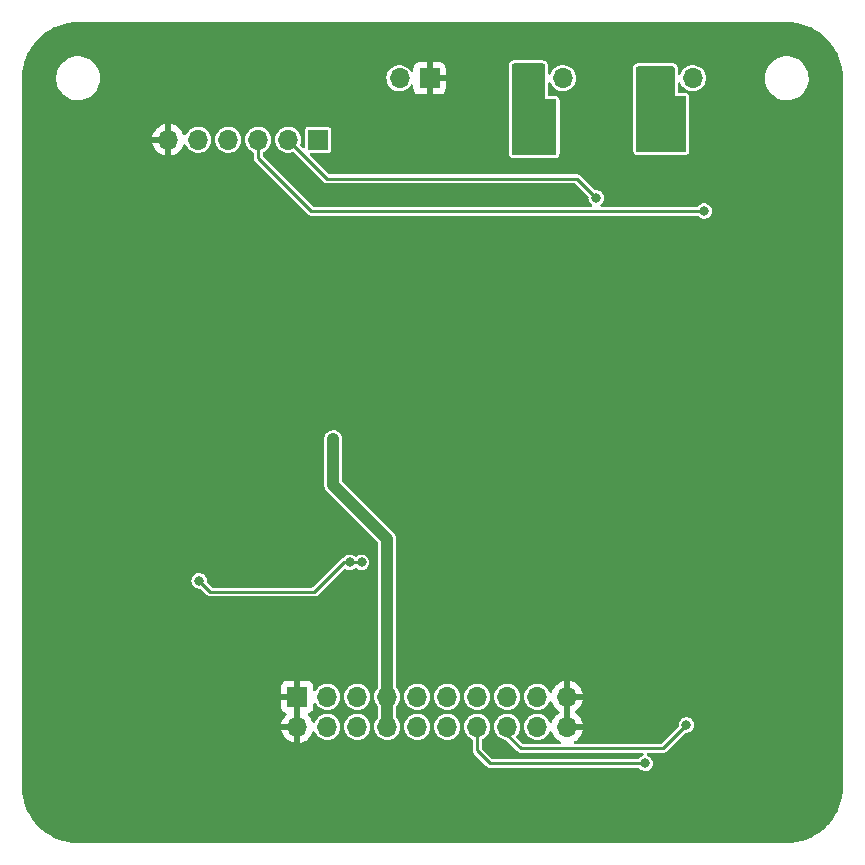
<source format=gbr>
%TF.GenerationSoftware,KiCad,Pcbnew,(6.0.9)*%
%TF.CreationDate,2022-11-26T14:01:21+01:00*%
%TF.ProjectId,PWR_PCB,5057525f-5043-4422-9e6b-696361645f70,rev?*%
%TF.SameCoordinates,Original*%
%TF.FileFunction,Copper,L2,Bot*%
%TF.FilePolarity,Positive*%
%FSLAX46Y46*%
G04 Gerber Fmt 4.6, Leading zero omitted, Abs format (unit mm)*
G04 Created by KiCad (PCBNEW (6.0.9)) date 2022-11-26 14:01:21*
%MOMM*%
%LPD*%
G01*
G04 APERTURE LIST*
%TA.AperFunction,ComponentPad*%
%ADD10R,1.700000X1.700000*%
%TD*%
%TA.AperFunction,ComponentPad*%
%ADD11O,1.700000X1.700000*%
%TD*%
%TA.AperFunction,ViaPad*%
%ADD12C,0.800000*%
%TD*%
%TA.AperFunction,Conductor*%
%ADD13C,1.000000*%
%TD*%
%TA.AperFunction,Conductor*%
%ADD14C,0.250000*%
%TD*%
G04 APERTURE END LIST*
D10*
%TO.P,J4,1,Pin_1*%
%TO.N,GND*%
X103550000Y-92375000D03*
D11*
%TO.P,J4,2,Pin_2*%
X103550000Y-94915000D03*
%TO.P,J4,3,Pin_3*%
%TO.N,4V*%
X106090000Y-92375000D03*
%TO.P,J4,4,Pin_4*%
X106090000Y-94915000D03*
%TO.P,J4,5,Pin_5*%
%TO.N,unconnected-(J4-Pad5)*%
X108630000Y-92375000D03*
%TO.P,J4,6,Pin_6*%
%TO.N,unconnected-(J4-Pad6)*%
X108630000Y-94915000D03*
%TO.P,J4,7,Pin_7*%
%TO.N,VOLT_SENSE*%
X111170000Y-92375000D03*
%TO.P,J4,8,Pin_8*%
X111170000Y-94915000D03*
%TO.P,J4,9,Pin_9*%
%TO.N,CURR_4V*%
X113710000Y-92375000D03*
%TO.P,J4,10,Pin_10*%
X113710000Y-94915000D03*
%TO.P,J4,11,Pin_11*%
%TO.N,CURR_3V3*%
X116250000Y-92375000D03*
%TO.P,J4,12,Pin_12*%
X116250000Y-94915000D03*
%TO.P,J4,13,Pin_13*%
%TO.N,BURNER*%
X118790000Y-92375000D03*
%TO.P,J4,14,Pin_14*%
X118790000Y-94915000D03*
%TO.P,J4,15,Pin_15*%
%TO.N,BUZZER*%
X121330000Y-92375000D03*
%TO.P,J4,16,Pin_16*%
X121330000Y-94915000D03*
%TO.P,J4,17,Pin_17*%
%TO.N,3V3*%
X123870000Y-92375000D03*
%TO.P,J4,18,Pin_18*%
X123870000Y-94915000D03*
%TO.P,J4,19,Pin_19*%
%TO.N,GND*%
X126410000Y-92375000D03*
%TO.P,J4,20,Pin_20*%
X126410000Y-94915000D03*
%TD*%
D10*
%TO.P,J5,1,Pin_1*%
%TO.N,VDD*%
X105325000Y-45210000D03*
D11*
%TO.P,J5,2,Pin_2*%
%TO.N,BURNER*%
X102785000Y-45210000D03*
%TO.P,J5,3,Pin_3*%
%TO.N,BUZZER*%
X100245000Y-45210000D03*
%TO.P,J5,4,Pin_4*%
%TO.N,3V3*%
X97705000Y-45210000D03*
%TO.P,J5,5,Pin_5*%
%TO.N,4V*%
X95165000Y-45210000D03*
%TO.P,J5,6,Pin_6*%
%TO.N,GND*%
X92625000Y-45210000D03*
%TD*%
D10*
%TO.P,J2,1,Pin_1*%
%TO.N,Net-(J2-Pad1)*%
X123500000Y-40000000D03*
D11*
%TO.P,J2,2,Pin_2*%
%TO.N,VDD*%
X126040000Y-40000000D03*
%TD*%
D10*
%TO.P,J3,1,Pin_1*%
%TO.N,GND*%
X114750000Y-40000000D03*
D11*
%TO.P,J3,2,Pin_2*%
%TO.N,/MISC/BATT*%
X112210000Y-40000000D03*
%TD*%
D10*
%TO.P,J1,1,Pin_1*%
%TO.N,Net-(J1-Pad1)*%
X134500000Y-40000000D03*
D11*
%TO.P,J1,2,Pin_2*%
%TO.N,VDD*%
X137040000Y-40000000D03*
%TD*%
D12*
%TO.N,GND*%
X119000000Y-69000000D03*
X127500000Y-82500000D03*
X90000000Y-95000000D03*
X145000000Y-85000000D03*
X140000000Y-65000000D03*
X122500000Y-55000000D03*
X108000000Y-87500000D03*
X145000000Y-70000000D03*
X140000000Y-75000000D03*
X115000000Y-90000000D03*
X90000000Y-80000000D03*
X105000000Y-85000000D03*
X120240000Y-64900000D03*
X115000000Y-52500000D03*
X105000000Y-75000000D03*
X117500000Y-55000000D03*
X93000000Y-73000000D03*
X115000000Y-50000000D03*
X90000000Y-52500000D03*
X115000000Y-87500000D03*
X125000000Y-100000000D03*
X135000000Y-80000000D03*
X135000000Y-70000000D03*
X140000000Y-55000000D03*
X135000000Y-90000000D03*
X115000000Y-62000000D03*
X117000000Y-81000000D03*
X132500000Y-50000000D03*
X120240000Y-62900000D03*
X132500000Y-87500000D03*
X132080000Y-55372000D03*
X145000000Y-75000000D03*
X92500000Y-52200000D03*
X135000000Y-100000000D03*
X110000000Y-82500000D03*
X115000000Y-42500000D03*
X97500000Y-60000000D03*
X140000000Y-85000000D03*
X90000000Y-85000000D03*
X112500000Y-80000000D03*
X132588000Y-57364000D03*
X95000000Y-100000000D03*
X95000000Y-95000000D03*
X145000000Y-50000000D03*
X87000000Y-62500000D03*
X130000000Y-45000000D03*
X105000000Y-57500000D03*
X132500000Y-77500000D03*
X115750000Y-71750000D03*
X100000000Y-95000000D03*
X87000000Y-60000000D03*
X110000000Y-42500000D03*
X145000000Y-95000000D03*
X105000000Y-60000000D03*
X102500000Y-82500000D03*
X132500000Y-92500000D03*
X130000000Y-100000000D03*
X92500000Y-60000000D03*
X120000000Y-50000000D03*
X95000000Y-90000000D03*
X110000000Y-75000000D03*
X115750000Y-72750000D03*
X95000000Y-79500000D03*
X105000000Y-62500000D03*
X95000000Y-52200000D03*
X145000000Y-47500000D03*
X87000000Y-70000000D03*
X96500000Y-73500000D03*
X135000000Y-65000000D03*
X110000000Y-90000000D03*
X115000000Y-100000000D03*
X85000000Y-100000000D03*
X100000000Y-57500000D03*
X100000000Y-90000000D03*
X115000000Y-81000000D03*
X132588000Y-59864000D03*
X132500000Y-82500000D03*
X96500000Y-71500000D03*
X140000000Y-80000000D03*
X110000000Y-52200000D03*
X93000000Y-72000000D03*
X145000000Y-80000000D03*
X97370000Y-67000000D03*
X120000000Y-42500000D03*
X145000000Y-55000000D03*
X96500000Y-69500000D03*
X145000000Y-90000000D03*
X145000000Y-60000000D03*
X132588000Y-67364000D03*
X119000000Y-73000000D03*
X119000000Y-81000000D03*
X125000000Y-50000000D03*
X120000000Y-55000000D03*
X135000000Y-60000000D03*
X120000000Y-87500000D03*
X145000000Y-100000000D03*
X97500000Y-52200000D03*
X135000000Y-75000000D03*
X116750000Y-71750000D03*
X135000000Y-85000000D03*
X130000000Y-55000000D03*
X140000000Y-42500000D03*
X117500000Y-50000000D03*
X121000000Y-81000000D03*
X87500000Y-80000000D03*
X127500000Y-90000000D03*
X119000000Y-75000000D03*
X96500000Y-77000000D03*
X114750000Y-72750000D03*
X105000000Y-70000000D03*
X120000000Y-85000000D03*
X110000000Y-85000000D03*
X92500000Y-57500000D03*
X110000000Y-50000000D03*
X105000000Y-52200000D03*
X85000000Y-85000000D03*
X87500000Y-75000000D03*
X120240000Y-66900000D03*
X90000000Y-42500000D03*
X85000000Y-47500000D03*
X140000000Y-60000000D03*
X105000000Y-65000000D03*
X115000000Y-57500000D03*
X115000000Y-85000000D03*
X132588000Y-62364000D03*
X107600000Y-52200000D03*
X88800000Y-53600000D03*
X87000000Y-57500000D03*
X107500000Y-77500000D03*
X110000000Y-80000000D03*
X95000000Y-57500000D03*
X94000000Y-73000000D03*
X130000000Y-42500000D03*
X112500000Y-85000000D03*
X110000000Y-47500000D03*
X114750000Y-71750000D03*
X120000000Y-100000000D03*
X110000000Y-100000000D03*
X95000000Y-85000000D03*
X92000000Y-73000000D03*
X140000000Y-100000000D03*
X127500000Y-55000000D03*
X142500000Y-45000000D03*
X96500000Y-75500000D03*
X105000000Y-72500000D03*
X135000000Y-50000000D03*
X97370000Y-63000000D03*
X87500000Y-55000000D03*
X85000000Y-90000000D03*
X117500000Y-85000000D03*
X127500000Y-87500000D03*
X105000000Y-67500000D03*
X125000000Y-55000000D03*
X122500000Y-50000000D03*
X92000000Y-72000000D03*
X102500000Y-57500000D03*
X100000000Y-100000000D03*
X115000000Y-60000000D03*
X110000000Y-87500000D03*
X90000000Y-90000000D03*
X87500000Y-77500000D03*
X127500000Y-42500000D03*
X108000000Y-90000000D03*
X97500000Y-57500000D03*
X82500000Y-50000000D03*
X87500000Y-45000000D03*
X132500000Y-90000000D03*
X120000000Y-45600000D03*
X85000000Y-95000000D03*
X130000000Y-47500000D03*
X132500000Y-80000000D03*
X120000000Y-90000000D03*
X132588000Y-69864000D03*
X132588000Y-72364000D03*
X87000000Y-67500000D03*
X97500000Y-50000000D03*
X127500000Y-85000000D03*
X140000000Y-95000000D03*
X135000000Y-55000000D03*
X105000000Y-100000000D03*
X90000000Y-100000000D03*
X140000000Y-50000000D03*
X119000000Y-71000000D03*
X94000000Y-72000000D03*
X87000000Y-65000000D03*
X132500000Y-75000000D03*
X140000000Y-70000000D03*
X97370000Y-65000000D03*
X116750000Y-72750000D03*
X107500000Y-82500000D03*
X115000000Y-55000000D03*
X140000000Y-90000000D03*
X132588000Y-64864000D03*
X145000000Y-65000000D03*
X132500000Y-85000000D03*
%TO.N,Net-(J1-Pad1)*%
X134000000Y-45500000D03*
X135500000Y-45500000D03*
X134000000Y-43000000D03*
X135500000Y-43000000D03*
%TO.N,Net-(J2-Pad1)*%
X123000000Y-45500000D03*
X123000000Y-43000000D03*
X124500000Y-45500000D03*
X124500000Y-43000000D03*
%TO.N,VOLT_SENSE*%
X106575000Y-71421400D03*
X106575000Y-70564600D03*
%TO.N,BURNER*%
X133000000Y-98000000D03*
X128870000Y-50130000D03*
%TO.N,BUZZER*%
X136500000Y-94750000D03*
X138000000Y-51250000D03*
%TO.N,3V3*%
X108000000Y-81000000D03*
X95250000Y-82550000D03*
X109000000Y-81000000D03*
%TD*%
D13*
%TO.N,VOLT_SENSE*%
X106575000Y-74399200D02*
X111170000Y-78994200D01*
X111170000Y-78994200D02*
X111170000Y-94915000D01*
X106575000Y-70564600D02*
X106575000Y-74399200D01*
D14*
%TO.N,BURNER*%
X118790000Y-96920000D02*
X118790000Y-94915000D01*
X133000000Y-98000000D02*
X119870000Y-98000000D01*
X119870000Y-98000000D02*
X118790000Y-96920000D01*
X106075000Y-48500000D02*
X127240000Y-48500000D01*
X102785000Y-45210000D02*
X106075000Y-48500000D01*
X127240000Y-48500000D02*
X128870000Y-50130000D01*
%TO.N,BUZZER*%
X134500000Y-96750000D02*
X122500000Y-96750000D01*
X136500000Y-94750000D02*
X134500000Y-96750000D01*
X121330000Y-95580000D02*
X121330000Y-94915000D01*
X138000000Y-51250000D02*
X104750000Y-51250000D01*
X100245000Y-46745000D02*
X100245000Y-45210000D01*
X104750000Y-51250000D02*
X100245000Y-46745000D01*
X122500000Y-96750000D02*
X121330000Y-95580000D01*
%TO.N,3V3*%
X96200000Y-83500000D02*
X105000000Y-83500000D01*
X107500000Y-81000000D02*
X108000000Y-81000000D01*
X95250000Y-82550000D02*
X96200000Y-83500000D01*
X108000000Y-81000000D02*
X109000000Y-81000000D01*
X105000000Y-83500000D02*
X107500000Y-81000000D01*
%TD*%
%TA.AperFunction,Conductor*%
%TO.N,GND*%
G36*
X144987103Y-35256921D02*
G01*
X145000000Y-35259486D01*
X145012170Y-35257065D01*
X145022599Y-35257065D01*
X145035735Y-35256060D01*
X145356412Y-35270061D01*
X145408103Y-35272318D01*
X145419051Y-35273276D01*
X145818604Y-35325878D01*
X145829413Y-35327785D01*
X146222854Y-35415008D01*
X146233471Y-35417853D01*
X146617813Y-35539036D01*
X146628128Y-35542789D01*
X147000468Y-35697017D01*
X147010412Y-35701655D01*
X147295219Y-35849916D01*
X147367867Y-35887734D01*
X147377387Y-35893230D01*
X147717262Y-36109755D01*
X147726266Y-36116059D01*
X148045993Y-36361393D01*
X148054397Y-36368445D01*
X148130501Y-36438182D01*
X148351519Y-36640709D01*
X148359291Y-36648481D01*
X148470515Y-36769860D01*
X148631555Y-36945603D01*
X148638607Y-36954007D01*
X148768743Y-37123604D01*
X148883941Y-37273734D01*
X148890245Y-37282738D01*
X149106770Y-37622613D01*
X149112266Y-37632133D01*
X149298341Y-37989579D01*
X149302983Y-37999532D01*
X149433903Y-38315602D01*
X149457208Y-38371865D01*
X149460964Y-38382187D01*
X149579400Y-38757816D01*
X149582147Y-38766528D01*
X149584992Y-38777145D01*
X149663328Y-39130496D01*
X149672214Y-39170579D01*
X149674122Y-39181396D01*
X149717296Y-39509338D01*
X149726724Y-39580948D01*
X149727682Y-39591898D01*
X149743940Y-39964265D01*
X149742935Y-39977401D01*
X149742935Y-39987830D01*
X149740514Y-40000000D01*
X149742935Y-40012170D01*
X149743079Y-40012894D01*
X149745500Y-40037476D01*
X149745500Y-99962524D01*
X149743079Y-99987103D01*
X149740514Y-100000000D01*
X149742935Y-100012170D01*
X149742935Y-100022599D01*
X149743940Y-100035735D01*
X149727682Y-100408102D01*
X149726724Y-100419052D01*
X149674123Y-100818596D01*
X149672214Y-100829421D01*
X149584992Y-101222854D01*
X149582147Y-101233472D01*
X149460967Y-101617806D01*
X149457208Y-101628135D01*
X149302987Y-102000459D01*
X149298341Y-102010421D01*
X149112266Y-102367867D01*
X149106770Y-102377387D01*
X148890245Y-102717262D01*
X148883941Y-102726266D01*
X148638607Y-103045993D01*
X148631555Y-103054397D01*
X148495420Y-103202962D01*
X148359291Y-103351519D01*
X148351519Y-103359291D01*
X148202962Y-103495419D01*
X148054397Y-103631555D01*
X148045993Y-103638607D01*
X147811664Y-103818413D01*
X147726266Y-103883941D01*
X147717262Y-103890245D01*
X147377387Y-104106770D01*
X147367868Y-104112265D01*
X147010412Y-104298345D01*
X147000468Y-104302983D01*
X146628128Y-104457211D01*
X146617813Y-104460964D01*
X146233472Y-104582147D01*
X146222855Y-104584992D01*
X145829413Y-104672215D01*
X145818604Y-104674122D01*
X145419052Y-104726724D01*
X145408103Y-104727682D01*
X145356412Y-104729939D01*
X145035735Y-104743940D01*
X145022599Y-104742935D01*
X145012170Y-104742935D01*
X145000000Y-104740514D01*
X144987103Y-104743079D01*
X144962524Y-104745500D01*
X85037476Y-104745500D01*
X85012897Y-104743079D01*
X85000000Y-104740514D01*
X84987830Y-104742935D01*
X84977401Y-104742935D01*
X84964265Y-104743940D01*
X84643588Y-104729939D01*
X84591897Y-104727682D01*
X84580948Y-104726724D01*
X84181396Y-104674122D01*
X84170587Y-104672215D01*
X83777145Y-104584992D01*
X83766528Y-104582147D01*
X83382187Y-104460964D01*
X83371872Y-104457211D01*
X82999532Y-104302983D01*
X82989588Y-104298345D01*
X82632132Y-104112265D01*
X82622613Y-104106770D01*
X82282738Y-103890245D01*
X82273734Y-103883941D01*
X82188336Y-103818413D01*
X81954007Y-103638607D01*
X81945603Y-103631555D01*
X81797038Y-103495419D01*
X81648481Y-103359291D01*
X81640709Y-103351519D01*
X81504580Y-103202962D01*
X81368445Y-103054397D01*
X81361393Y-103045993D01*
X81116059Y-102726266D01*
X81109755Y-102717262D01*
X80893230Y-102377387D01*
X80887734Y-102367867D01*
X80701659Y-102010421D01*
X80697013Y-102000459D01*
X80542792Y-101628135D01*
X80539033Y-101617806D01*
X80417853Y-101233472D01*
X80415008Y-101222854D01*
X80327786Y-100829421D01*
X80325877Y-100818596D01*
X80273276Y-100419052D01*
X80272318Y-100408102D01*
X80256060Y-100035735D01*
X80257065Y-100022599D01*
X80257065Y-100012170D01*
X80259486Y-100000000D01*
X80256921Y-99987103D01*
X80254500Y-99962524D01*
X80254500Y-95182966D01*
X102218257Y-95182966D01*
X102248565Y-95317446D01*
X102251645Y-95327275D01*
X102331770Y-95524603D01*
X102336413Y-95533794D01*
X102447694Y-95715388D01*
X102453777Y-95723699D01*
X102593213Y-95884667D01*
X102600580Y-95891883D01*
X102764434Y-96027916D01*
X102772881Y-96033831D01*
X102956756Y-96141279D01*
X102966042Y-96145729D01*
X103165001Y-96221703D01*
X103174899Y-96224579D01*
X103278250Y-96245606D01*
X103292299Y-96244410D01*
X103296000Y-96234065D01*
X103296000Y-96233517D01*
X103804000Y-96233517D01*
X103808064Y-96247359D01*
X103821478Y-96249393D01*
X103828184Y-96248534D01*
X103838262Y-96246392D01*
X104042255Y-96185191D01*
X104051842Y-96181433D01*
X104243095Y-96087739D01*
X104251945Y-96082464D01*
X104425328Y-95958792D01*
X104433200Y-95952139D01*
X104584052Y-95801812D01*
X104590730Y-95793965D01*
X104715003Y-95621020D01*
X104720313Y-95612183D01*
X104814670Y-95421267D01*
X104818469Y-95411672D01*
X104835066Y-95357047D01*
X104874007Y-95297683D01*
X104938862Y-95268796D01*
X105009038Y-95279558D01*
X105062256Y-95326551D01*
X105070048Y-95340922D01*
X105129377Y-95469616D01*
X105246533Y-95635389D01*
X105391938Y-95777035D01*
X105560720Y-95889812D01*
X105566023Y-95892090D01*
X105566026Y-95892092D01*
X105741921Y-95967662D01*
X105747228Y-95969942D01*
X105820244Y-95986464D01*
X105939579Y-96013467D01*
X105939584Y-96013468D01*
X105945216Y-96014742D01*
X105950987Y-96014969D01*
X105950989Y-96014969D01*
X106010756Y-96017317D01*
X106148053Y-96022712D01*
X106248499Y-96008148D01*
X106343231Y-95994413D01*
X106343236Y-95994412D01*
X106348945Y-95993584D01*
X106354409Y-95991729D01*
X106354414Y-95991728D01*
X106535693Y-95930192D01*
X106535698Y-95930190D01*
X106541165Y-95928334D01*
X106718276Y-95829147D01*
X106780934Y-95777035D01*
X106852456Y-95717550D01*
X106874345Y-95699345D01*
X107004147Y-95543276D01*
X107082354Y-95403627D01*
X107100510Y-95371208D01*
X107100511Y-95371206D01*
X107103334Y-95366165D01*
X107105190Y-95360698D01*
X107105192Y-95360693D01*
X107166728Y-95179414D01*
X107166729Y-95179409D01*
X107168584Y-95173945D01*
X107169412Y-95168236D01*
X107169413Y-95168231D01*
X107197179Y-94976727D01*
X107197712Y-94973053D01*
X107199232Y-94915000D01*
X107196564Y-94885964D01*
X107521148Y-94885964D01*
X107534424Y-95088522D01*
X107535845Y-95094118D01*
X107535846Y-95094123D01*
X107562187Y-95197837D01*
X107584392Y-95285269D01*
X107586809Y-95290512D01*
X107622032Y-95366916D01*
X107669377Y-95469616D01*
X107786533Y-95635389D01*
X107931938Y-95777035D01*
X108100720Y-95889812D01*
X108106023Y-95892090D01*
X108106026Y-95892092D01*
X108281921Y-95967662D01*
X108287228Y-95969942D01*
X108360244Y-95986464D01*
X108479579Y-96013467D01*
X108479584Y-96013468D01*
X108485216Y-96014742D01*
X108490987Y-96014969D01*
X108490989Y-96014969D01*
X108550756Y-96017317D01*
X108688053Y-96022712D01*
X108788499Y-96008148D01*
X108883231Y-95994413D01*
X108883236Y-95994412D01*
X108888945Y-95993584D01*
X108894409Y-95991729D01*
X108894414Y-95991728D01*
X109075693Y-95930192D01*
X109075698Y-95930190D01*
X109081165Y-95928334D01*
X109258276Y-95829147D01*
X109320934Y-95777035D01*
X109392456Y-95717550D01*
X109414345Y-95699345D01*
X109544147Y-95543276D01*
X109622354Y-95403627D01*
X109640510Y-95371208D01*
X109640511Y-95371206D01*
X109643334Y-95366165D01*
X109645190Y-95360698D01*
X109645192Y-95360693D01*
X109706728Y-95179414D01*
X109706729Y-95179409D01*
X109708584Y-95173945D01*
X109709412Y-95168236D01*
X109709413Y-95168231D01*
X109737179Y-94976727D01*
X109737712Y-94973053D01*
X109739232Y-94915000D01*
X109725715Y-94767891D01*
X109721187Y-94718613D01*
X109721186Y-94718610D01*
X109720658Y-94712859D01*
X109719090Y-94707299D01*
X109667125Y-94523046D01*
X109667124Y-94523044D01*
X109665557Y-94517487D01*
X109654978Y-94496033D01*
X109578331Y-94340609D01*
X109575776Y-94335428D01*
X109560561Y-94315052D01*
X109481077Y-94208611D01*
X109454320Y-94172779D01*
X109305258Y-94034987D01*
X109300375Y-94031906D01*
X109300371Y-94031903D01*
X109138464Y-93929748D01*
X109133581Y-93926667D01*
X108945039Y-93851446D01*
X108939379Y-93850320D01*
X108939375Y-93850319D01*
X108751613Y-93812971D01*
X108751610Y-93812971D01*
X108745946Y-93811844D01*
X108740171Y-93811768D01*
X108740167Y-93811768D01*
X108638793Y-93810441D01*
X108542971Y-93809187D01*
X108537274Y-93810166D01*
X108537273Y-93810166D01*
X108430367Y-93828536D01*
X108342910Y-93843564D01*
X108152463Y-93913824D01*
X107978010Y-94017612D01*
X107973670Y-94021418D01*
X107973666Y-94021421D01*
X107847527Y-94132043D01*
X107825392Y-94151455D01*
X107699720Y-94310869D01*
X107697031Y-94315980D01*
X107697029Y-94315983D01*
X107684073Y-94340609D01*
X107605203Y-94490515D01*
X107545007Y-94684378D01*
X107521148Y-94885964D01*
X107196564Y-94885964D01*
X107185715Y-94767891D01*
X107181187Y-94718613D01*
X107181186Y-94718610D01*
X107180658Y-94712859D01*
X107179090Y-94707299D01*
X107127125Y-94523046D01*
X107127124Y-94523044D01*
X107125557Y-94517487D01*
X107114978Y-94496033D01*
X107038331Y-94340609D01*
X107035776Y-94335428D01*
X107020561Y-94315052D01*
X106941077Y-94208611D01*
X106914320Y-94172779D01*
X106765258Y-94034987D01*
X106760375Y-94031906D01*
X106760371Y-94031903D01*
X106598464Y-93929748D01*
X106593581Y-93926667D01*
X106405039Y-93851446D01*
X106399379Y-93850320D01*
X106399375Y-93850319D01*
X106211613Y-93812971D01*
X106211610Y-93812971D01*
X106205946Y-93811844D01*
X106200171Y-93811768D01*
X106200167Y-93811768D01*
X106098793Y-93810441D01*
X106002971Y-93809187D01*
X105997274Y-93810166D01*
X105997273Y-93810166D01*
X105890367Y-93828536D01*
X105802910Y-93843564D01*
X105612463Y-93913824D01*
X105438010Y-94017612D01*
X105433670Y-94021418D01*
X105433666Y-94021421D01*
X105307527Y-94132043D01*
X105285392Y-94151455D01*
X105159720Y-94310869D01*
X105157031Y-94315980D01*
X105157029Y-94315983D01*
X105067589Y-94485980D01*
X105018170Y-94536952D01*
X104949037Y-94553115D01*
X104882141Y-94529336D01*
X104842003Y-94474973D01*
X104839955Y-94475863D01*
X104752972Y-94275814D01*
X104748105Y-94266739D01*
X104632426Y-94087926D01*
X104626136Y-94079757D01*
X104481931Y-93921279D01*
X104450879Y-93857433D01*
X104459273Y-93786934D01*
X104504450Y-93732166D01*
X104530894Y-93718497D01*
X104638054Y-93678324D01*
X104653649Y-93669786D01*
X104755724Y-93593285D01*
X104768285Y-93580724D01*
X104844786Y-93478649D01*
X104853324Y-93463054D01*
X104898478Y-93342606D01*
X104902105Y-93327351D01*
X104907631Y-93276486D01*
X104908000Y-93269672D01*
X104908000Y-93012976D01*
X104928002Y-92944855D01*
X104981658Y-92898362D01*
X105051932Y-92888258D01*
X105116512Y-92917752D01*
X105136895Y-92940254D01*
X105246533Y-93095389D01*
X105250675Y-93099424D01*
X105307637Y-93154913D01*
X105391938Y-93237035D01*
X105396742Y-93240245D01*
X105450980Y-93276486D01*
X105560720Y-93349812D01*
X105566023Y-93352090D01*
X105566026Y-93352092D01*
X105741921Y-93427662D01*
X105747228Y-93429942D01*
X105820244Y-93446464D01*
X105939579Y-93473467D01*
X105939584Y-93473468D01*
X105945216Y-93474742D01*
X105950987Y-93474969D01*
X105950989Y-93474969D01*
X106010756Y-93477317D01*
X106148053Y-93482712D01*
X106248499Y-93468148D01*
X106343231Y-93454413D01*
X106343236Y-93454412D01*
X106348945Y-93453584D01*
X106354409Y-93451729D01*
X106354414Y-93451728D01*
X106535693Y-93390192D01*
X106535698Y-93390190D01*
X106541165Y-93388334D01*
X106718276Y-93289147D01*
X106733495Y-93276490D01*
X106847038Y-93182056D01*
X106874345Y-93159345D01*
X107004147Y-93003276D01*
X107103334Y-92826165D01*
X107105190Y-92820698D01*
X107105192Y-92820693D01*
X107166728Y-92639414D01*
X107166729Y-92639409D01*
X107168584Y-92633945D01*
X107169412Y-92628236D01*
X107169413Y-92628231D01*
X107197179Y-92436727D01*
X107197712Y-92433053D01*
X107199232Y-92375000D01*
X107196564Y-92345964D01*
X107521148Y-92345964D01*
X107534424Y-92548522D01*
X107535845Y-92554118D01*
X107535846Y-92554123D01*
X107562187Y-92657837D01*
X107584392Y-92745269D01*
X107586809Y-92750512D01*
X107624010Y-92831208D01*
X107669377Y-92929616D01*
X107786533Y-93095389D01*
X107790675Y-93099424D01*
X107847637Y-93154913D01*
X107931938Y-93237035D01*
X107936742Y-93240245D01*
X107990980Y-93276486D01*
X108100720Y-93349812D01*
X108106023Y-93352090D01*
X108106026Y-93352092D01*
X108281921Y-93427662D01*
X108287228Y-93429942D01*
X108360244Y-93446464D01*
X108479579Y-93473467D01*
X108479584Y-93473468D01*
X108485216Y-93474742D01*
X108490987Y-93474969D01*
X108490989Y-93474969D01*
X108550756Y-93477317D01*
X108688053Y-93482712D01*
X108788499Y-93468148D01*
X108883231Y-93454413D01*
X108883236Y-93454412D01*
X108888945Y-93453584D01*
X108894409Y-93451729D01*
X108894414Y-93451728D01*
X109075693Y-93390192D01*
X109075698Y-93390190D01*
X109081165Y-93388334D01*
X109258276Y-93289147D01*
X109273495Y-93276490D01*
X109387038Y-93182056D01*
X109414345Y-93159345D01*
X109544147Y-93003276D01*
X109643334Y-92826165D01*
X109645190Y-92820698D01*
X109645192Y-92820693D01*
X109706728Y-92639414D01*
X109706729Y-92639409D01*
X109708584Y-92633945D01*
X109709412Y-92628236D01*
X109709413Y-92628231D01*
X109737179Y-92436727D01*
X109737712Y-92433053D01*
X109739232Y-92375000D01*
X109720658Y-92172859D01*
X109719090Y-92167299D01*
X109667125Y-91983046D01*
X109667124Y-91983044D01*
X109665557Y-91977487D01*
X109654978Y-91956033D01*
X109578331Y-91800609D01*
X109575776Y-91795428D01*
X109454320Y-91632779D01*
X109305258Y-91494987D01*
X109300375Y-91491906D01*
X109300371Y-91491903D01*
X109138464Y-91389748D01*
X109133581Y-91386667D01*
X108945039Y-91311446D01*
X108939379Y-91310320D01*
X108939375Y-91310319D01*
X108751613Y-91272971D01*
X108751610Y-91272971D01*
X108745946Y-91271844D01*
X108740171Y-91271768D01*
X108740167Y-91271768D01*
X108638793Y-91270441D01*
X108542971Y-91269187D01*
X108537274Y-91270166D01*
X108537273Y-91270166D01*
X108439620Y-91286946D01*
X108342910Y-91303564D01*
X108152463Y-91373824D01*
X107978010Y-91477612D01*
X107973670Y-91481418D01*
X107973666Y-91481421D01*
X107875500Y-91567511D01*
X107825392Y-91611455D01*
X107699720Y-91770869D01*
X107697031Y-91775980D01*
X107697029Y-91775983D01*
X107685507Y-91797883D01*
X107605203Y-91950515D01*
X107545007Y-92144378D01*
X107521148Y-92345964D01*
X107196564Y-92345964D01*
X107180658Y-92172859D01*
X107179090Y-92167299D01*
X107127125Y-91983046D01*
X107127124Y-91983044D01*
X107125557Y-91977487D01*
X107114978Y-91956033D01*
X107038331Y-91800609D01*
X107035776Y-91795428D01*
X106914320Y-91632779D01*
X106765258Y-91494987D01*
X106760375Y-91491906D01*
X106760371Y-91491903D01*
X106598464Y-91389748D01*
X106593581Y-91386667D01*
X106405039Y-91311446D01*
X106399379Y-91310320D01*
X106399375Y-91310319D01*
X106211613Y-91272971D01*
X106211610Y-91272971D01*
X106205946Y-91271844D01*
X106200171Y-91271768D01*
X106200167Y-91271768D01*
X106098793Y-91270441D01*
X106002971Y-91269187D01*
X105997274Y-91270166D01*
X105997273Y-91270166D01*
X105899620Y-91286946D01*
X105802910Y-91303564D01*
X105612463Y-91373824D01*
X105438010Y-91477612D01*
X105433670Y-91481418D01*
X105433666Y-91481421D01*
X105335500Y-91567511D01*
X105285392Y-91611455D01*
X105159720Y-91770869D01*
X105157031Y-91775980D01*
X105157029Y-91775983D01*
X105145507Y-91797883D01*
X105096087Y-91848856D01*
X105026955Y-91865018D01*
X104960059Y-91841239D01*
X104916638Y-91785068D01*
X104907999Y-91739215D01*
X104907999Y-91480331D01*
X104907629Y-91473510D01*
X104902105Y-91422648D01*
X104898479Y-91407396D01*
X104853324Y-91286946D01*
X104844786Y-91271351D01*
X104768285Y-91169276D01*
X104755724Y-91156715D01*
X104653649Y-91080214D01*
X104638054Y-91071676D01*
X104517606Y-91026522D01*
X104502351Y-91022895D01*
X104451486Y-91017369D01*
X104444672Y-91017000D01*
X103822115Y-91017000D01*
X103806876Y-91021475D01*
X103805671Y-91022865D01*
X103804000Y-91030548D01*
X103804000Y-96233517D01*
X103296000Y-96233517D01*
X103296000Y-95187115D01*
X103291525Y-95171876D01*
X103290135Y-95170671D01*
X103282452Y-95169000D01*
X102233225Y-95169000D01*
X102219694Y-95172973D01*
X102218257Y-95182966D01*
X80254500Y-95182966D01*
X80254500Y-93269669D01*
X102192001Y-93269669D01*
X102192371Y-93276490D01*
X102197895Y-93327352D01*
X102201521Y-93342604D01*
X102246676Y-93463054D01*
X102255214Y-93478649D01*
X102331715Y-93580724D01*
X102344276Y-93593285D01*
X102446351Y-93669786D01*
X102461946Y-93678324D01*
X102571337Y-93719333D01*
X102628101Y-93761975D01*
X102652801Y-93828536D01*
X102637594Y-93897885D01*
X102618201Y-93924366D01*
X102494590Y-94053717D01*
X102488104Y-94061727D01*
X102368098Y-94237649D01*
X102363000Y-94246623D01*
X102273338Y-94439783D01*
X102269775Y-94449470D01*
X102214389Y-94649183D01*
X102215912Y-94657607D01*
X102228292Y-94661000D01*
X103277885Y-94661000D01*
X103293124Y-94656525D01*
X103294329Y-94655135D01*
X103296000Y-94647452D01*
X103296000Y-92647115D01*
X103291525Y-92631876D01*
X103290135Y-92630671D01*
X103282452Y-92629000D01*
X102210116Y-92629000D01*
X102194877Y-92633475D01*
X102193672Y-92634865D01*
X102192001Y-92642548D01*
X102192001Y-93269669D01*
X80254500Y-93269669D01*
X80254500Y-92102885D01*
X102192000Y-92102885D01*
X102196475Y-92118124D01*
X102197865Y-92119329D01*
X102205548Y-92121000D01*
X103277885Y-92121000D01*
X103293124Y-92116525D01*
X103294329Y-92115135D01*
X103296000Y-92107452D01*
X103296000Y-91035116D01*
X103291525Y-91019877D01*
X103290135Y-91018672D01*
X103282452Y-91017001D01*
X102655331Y-91017001D01*
X102648510Y-91017371D01*
X102597648Y-91022895D01*
X102582396Y-91026521D01*
X102461946Y-91071676D01*
X102446351Y-91080214D01*
X102344276Y-91156715D01*
X102331715Y-91169276D01*
X102255214Y-91271351D01*
X102246676Y-91286946D01*
X102201522Y-91407394D01*
X102197895Y-91422649D01*
X102192369Y-91473514D01*
X102192000Y-91480328D01*
X102192000Y-92102885D01*
X80254500Y-92102885D01*
X80254500Y-82543096D01*
X94590729Y-82543096D01*
X94593016Y-82563807D01*
X94603518Y-82658930D01*
X94608113Y-82700553D01*
X94662553Y-82849319D01*
X94750908Y-82980805D01*
X94868076Y-83087419D01*
X95007293Y-83163008D01*
X95160522Y-83203207D01*
X95257138Y-83204725D01*
X95318772Y-83205693D01*
X95386570Y-83226762D01*
X95405888Y-83242582D01*
X95893522Y-83730216D01*
X95908664Y-83748964D01*
X95909779Y-83750189D01*
X95915429Y-83758940D01*
X95923607Y-83765387D01*
X95923609Y-83765389D01*
X95941800Y-83779729D01*
X95946241Y-83783675D01*
X95946303Y-83783602D01*
X95950267Y-83786961D01*
X95953944Y-83790638D01*
X95969692Y-83801892D01*
X95974362Y-83805398D01*
X96014647Y-83837156D01*
X96023281Y-83840188D01*
X96030734Y-83845514D01*
X96079850Y-83860203D01*
X96085492Y-83862036D01*
X96126199Y-83876331D01*
X96133851Y-83879018D01*
X96139416Y-83879500D01*
X96142124Y-83879500D01*
X96144758Y-83879614D01*
X96144856Y-83879643D01*
X96144849Y-83879807D01*
X96145553Y-83879851D01*
X96151778Y-83881713D01*
X96205635Y-83879597D01*
X96210582Y-83879500D01*
X104946080Y-83879500D01*
X104970028Y-83882049D01*
X104971693Y-83882128D01*
X104981876Y-83884320D01*
X104992217Y-83883096D01*
X105015223Y-83880373D01*
X105021154Y-83880023D01*
X105021146Y-83879928D01*
X105026324Y-83879500D01*
X105031524Y-83879500D01*
X105036653Y-83878646D01*
X105036656Y-83878646D01*
X105050565Y-83876331D01*
X105056443Y-83875494D01*
X105097001Y-83870694D01*
X105097002Y-83870694D01*
X105107341Y-83869470D01*
X105115593Y-83865507D01*
X105124626Y-83864004D01*
X105133795Y-83859057D01*
X105133797Y-83859056D01*
X105169732Y-83839666D01*
X105175025Y-83836969D01*
X105214082Y-83818215D01*
X105214086Y-83818212D01*
X105221232Y-83814781D01*
X105225508Y-83811186D01*
X105227431Y-83809263D01*
X105229363Y-83807491D01*
X105229442Y-83807448D01*
X105229555Y-83807572D01*
X105230095Y-83807096D01*
X105235814Y-83804010D01*
X105272417Y-83764413D01*
X105275846Y-83760848D01*
X107474549Y-81562145D01*
X107536861Y-81528119D01*
X107607676Y-81533184D01*
X107623766Y-81540509D01*
X107663615Y-81562145D01*
X107757293Y-81613008D01*
X107910522Y-81653207D01*
X107994477Y-81654526D01*
X108061319Y-81655576D01*
X108061322Y-81655576D01*
X108068916Y-81655695D01*
X108223332Y-81620329D01*
X108293742Y-81584917D01*
X108358072Y-81552563D01*
X108358075Y-81552561D01*
X108364855Y-81549151D01*
X108417656Y-81504055D01*
X108482445Y-81475024D01*
X108552645Y-81485629D01*
X108584285Y-81506672D01*
X108618076Y-81537419D01*
X108757293Y-81613008D01*
X108910522Y-81653207D01*
X108994477Y-81654526D01*
X109061319Y-81655576D01*
X109061322Y-81655576D01*
X109068916Y-81655695D01*
X109223332Y-81620329D01*
X109293742Y-81584917D01*
X109358072Y-81552563D01*
X109358075Y-81552561D01*
X109364855Y-81549151D01*
X109370626Y-81544222D01*
X109370629Y-81544220D01*
X109479536Y-81451204D01*
X109479536Y-81451203D01*
X109485314Y-81446269D01*
X109577755Y-81317624D01*
X109636842Y-81170641D01*
X109659162Y-81013807D01*
X109659307Y-81000000D01*
X109640276Y-80842733D01*
X109584280Y-80694546D01*
X109560767Y-80660334D01*
X109498855Y-80570251D01*
X109498854Y-80570249D01*
X109494553Y-80563992D01*
X109483167Y-80553847D01*
X109439595Y-80515027D01*
X109376275Y-80458611D01*
X109368889Y-80454700D01*
X109242988Y-80388039D01*
X109242989Y-80388039D01*
X109236274Y-80384484D01*
X109082633Y-80345892D01*
X109075034Y-80345852D01*
X109075033Y-80345852D01*
X109009181Y-80345507D01*
X108924221Y-80345062D01*
X108916841Y-80346834D01*
X108916839Y-80346834D01*
X108777563Y-80380271D01*
X108777560Y-80380272D01*
X108770184Y-80382043D01*
X108629414Y-80454700D01*
X108623695Y-80459689D01*
X108582999Y-80495190D01*
X108518516Y-80524897D01*
X108448209Y-80515027D01*
X108416352Y-80494317D01*
X108381951Y-80463667D01*
X108381945Y-80463663D01*
X108376275Y-80458611D01*
X108368889Y-80454700D01*
X108242988Y-80388039D01*
X108242989Y-80388039D01*
X108236274Y-80384484D01*
X108082633Y-80345892D01*
X108075034Y-80345852D01*
X108075033Y-80345852D01*
X108009181Y-80345507D01*
X107924221Y-80345062D01*
X107916841Y-80346834D01*
X107916839Y-80346834D01*
X107777563Y-80380271D01*
X107777560Y-80380272D01*
X107770184Y-80382043D01*
X107629414Y-80454700D01*
X107510039Y-80558838D01*
X107505674Y-80565049D01*
X107498102Y-80575823D01*
X107442566Y-80620054D01*
X107409828Y-80628497D01*
X107403005Y-80629305D01*
X107403002Y-80629306D01*
X107392659Y-80630530D01*
X107384407Y-80634493D01*
X107375374Y-80635996D01*
X107366205Y-80640943D01*
X107366203Y-80640944D01*
X107330268Y-80660334D01*
X107324975Y-80663031D01*
X107285918Y-80681785D01*
X107285914Y-80681788D01*
X107278768Y-80685219D01*
X107274492Y-80688814D01*
X107272569Y-80690737D01*
X107270637Y-80692509D01*
X107270558Y-80692552D01*
X107270445Y-80692428D01*
X107269905Y-80692904D01*
X107264186Y-80695990D01*
X107257119Y-80703635D01*
X107227584Y-80735586D01*
X107224154Y-80739152D01*
X104879711Y-83083595D01*
X104817399Y-83117621D01*
X104790616Y-83120500D01*
X96409384Y-83120500D01*
X96341263Y-83100498D01*
X96320289Y-83083595D01*
X95940143Y-82703449D01*
X95906117Y-82641137D01*
X95904495Y-82596601D01*
X95908581Y-82567892D01*
X95908581Y-82567886D01*
X95909162Y-82563807D01*
X95909307Y-82550000D01*
X95890276Y-82392733D01*
X95834280Y-82244546D01*
X95744553Y-82113992D01*
X95626275Y-82008611D01*
X95618889Y-82004700D01*
X95492988Y-81938039D01*
X95492989Y-81938039D01*
X95486274Y-81934484D01*
X95332633Y-81895892D01*
X95325034Y-81895852D01*
X95325033Y-81895852D01*
X95259181Y-81895507D01*
X95174221Y-81895062D01*
X95166841Y-81896834D01*
X95166839Y-81896834D01*
X95027563Y-81930271D01*
X95027560Y-81930272D01*
X95020184Y-81932043D01*
X94879414Y-82004700D01*
X94760039Y-82108838D01*
X94668950Y-82238444D01*
X94611406Y-82386037D01*
X94590729Y-82543096D01*
X80254500Y-82543096D01*
X80254500Y-74372689D01*
X105815826Y-74372689D01*
X105816419Y-74379980D01*
X105816419Y-74379983D01*
X105820085Y-74425048D01*
X105820500Y-74435263D01*
X105820500Y-74443253D01*
X105820925Y-74446897D01*
X105823771Y-74471313D01*
X105824204Y-74475687D01*
X105830090Y-74548047D01*
X105832345Y-74555009D01*
X105833518Y-74560877D01*
X105834890Y-74566684D01*
X105835738Y-74573954D01*
X105860532Y-74642260D01*
X105861940Y-74646363D01*
X105884312Y-74715422D01*
X105888109Y-74721679D01*
X105890602Y-74727126D01*
X105893270Y-74732454D01*
X105895768Y-74739334D01*
X105899782Y-74745456D01*
X105935568Y-74800039D01*
X105937915Y-74803759D01*
X105975583Y-74865833D01*
X105979295Y-74870036D01*
X105982949Y-74874174D01*
X105982924Y-74874196D01*
X105985624Y-74877241D01*
X105988220Y-74880346D01*
X105992234Y-74886468D01*
X105997547Y-74891501D01*
X106048126Y-74939415D01*
X106050568Y-74941793D01*
X110378595Y-79269819D01*
X110412621Y-79332131D01*
X110415500Y-79358914D01*
X110415500Y-91510422D01*
X110395498Y-91578543D01*
X110372582Y-91605150D01*
X110365392Y-91611455D01*
X110239720Y-91770869D01*
X110237031Y-91775980D01*
X110237029Y-91775983D01*
X110225507Y-91797883D01*
X110145203Y-91950515D01*
X110085007Y-92144378D01*
X110061148Y-92345964D01*
X110074424Y-92548522D01*
X110075845Y-92554118D01*
X110075846Y-92554123D01*
X110102187Y-92657837D01*
X110124392Y-92745269D01*
X110126809Y-92750512D01*
X110164010Y-92831208D01*
X110209377Y-92929616D01*
X110326533Y-93095389D01*
X110377423Y-93144963D01*
X110412259Y-93206821D01*
X110415500Y-93235215D01*
X110415500Y-94050422D01*
X110395498Y-94118543D01*
X110372582Y-94145150D01*
X110365392Y-94151455D01*
X110239720Y-94310869D01*
X110237031Y-94315980D01*
X110237029Y-94315983D01*
X110224073Y-94340609D01*
X110145203Y-94490515D01*
X110085007Y-94684378D01*
X110061148Y-94885964D01*
X110074424Y-95088522D01*
X110075845Y-95094118D01*
X110075846Y-95094123D01*
X110102187Y-95197837D01*
X110124392Y-95285269D01*
X110126809Y-95290512D01*
X110162032Y-95366916D01*
X110209377Y-95469616D01*
X110326533Y-95635389D01*
X110471938Y-95777035D01*
X110640720Y-95889812D01*
X110646023Y-95892090D01*
X110646026Y-95892092D01*
X110821921Y-95967662D01*
X110827228Y-95969942D01*
X110900244Y-95986464D01*
X111019579Y-96013467D01*
X111019584Y-96013468D01*
X111025216Y-96014742D01*
X111030987Y-96014969D01*
X111030989Y-96014969D01*
X111090756Y-96017317D01*
X111228053Y-96022712D01*
X111328499Y-96008148D01*
X111423231Y-95994413D01*
X111423236Y-95994412D01*
X111428945Y-95993584D01*
X111434409Y-95991729D01*
X111434414Y-95991728D01*
X111615693Y-95930192D01*
X111615698Y-95930190D01*
X111621165Y-95928334D01*
X111798276Y-95829147D01*
X111860934Y-95777035D01*
X111932456Y-95717550D01*
X111954345Y-95699345D01*
X112084147Y-95543276D01*
X112162354Y-95403627D01*
X112180510Y-95371208D01*
X112180511Y-95371206D01*
X112183334Y-95366165D01*
X112185190Y-95360698D01*
X112185192Y-95360693D01*
X112246728Y-95179414D01*
X112246729Y-95179409D01*
X112248584Y-95173945D01*
X112249412Y-95168236D01*
X112249413Y-95168231D01*
X112277179Y-94976727D01*
X112277712Y-94973053D01*
X112279232Y-94915000D01*
X112276564Y-94885964D01*
X112601148Y-94885964D01*
X112614424Y-95088522D01*
X112615845Y-95094118D01*
X112615846Y-95094123D01*
X112642187Y-95197837D01*
X112664392Y-95285269D01*
X112666809Y-95290512D01*
X112702032Y-95366916D01*
X112749377Y-95469616D01*
X112866533Y-95635389D01*
X113011938Y-95777035D01*
X113180720Y-95889812D01*
X113186023Y-95892090D01*
X113186026Y-95892092D01*
X113361921Y-95967662D01*
X113367228Y-95969942D01*
X113440244Y-95986464D01*
X113559579Y-96013467D01*
X113559584Y-96013468D01*
X113565216Y-96014742D01*
X113570987Y-96014969D01*
X113570989Y-96014969D01*
X113630756Y-96017317D01*
X113768053Y-96022712D01*
X113868499Y-96008148D01*
X113963231Y-95994413D01*
X113963236Y-95994412D01*
X113968945Y-95993584D01*
X113974409Y-95991729D01*
X113974414Y-95991728D01*
X114155693Y-95930192D01*
X114155698Y-95930190D01*
X114161165Y-95928334D01*
X114338276Y-95829147D01*
X114400934Y-95777035D01*
X114472456Y-95717550D01*
X114494345Y-95699345D01*
X114624147Y-95543276D01*
X114702354Y-95403627D01*
X114720510Y-95371208D01*
X114720511Y-95371206D01*
X114723334Y-95366165D01*
X114725190Y-95360698D01*
X114725192Y-95360693D01*
X114786728Y-95179414D01*
X114786729Y-95179409D01*
X114788584Y-95173945D01*
X114789412Y-95168236D01*
X114789413Y-95168231D01*
X114817179Y-94976727D01*
X114817712Y-94973053D01*
X114819232Y-94915000D01*
X114816564Y-94885964D01*
X115141148Y-94885964D01*
X115154424Y-95088522D01*
X115155845Y-95094118D01*
X115155846Y-95094123D01*
X115182187Y-95197837D01*
X115204392Y-95285269D01*
X115206809Y-95290512D01*
X115242032Y-95366916D01*
X115289377Y-95469616D01*
X115406533Y-95635389D01*
X115551938Y-95777035D01*
X115720720Y-95889812D01*
X115726023Y-95892090D01*
X115726026Y-95892092D01*
X115901921Y-95967662D01*
X115907228Y-95969942D01*
X115980244Y-95986464D01*
X116099579Y-96013467D01*
X116099584Y-96013468D01*
X116105216Y-96014742D01*
X116110987Y-96014969D01*
X116110989Y-96014969D01*
X116170756Y-96017317D01*
X116308053Y-96022712D01*
X116408499Y-96008148D01*
X116503231Y-95994413D01*
X116503236Y-95994412D01*
X116508945Y-95993584D01*
X116514409Y-95991729D01*
X116514414Y-95991728D01*
X116695693Y-95930192D01*
X116695698Y-95930190D01*
X116701165Y-95928334D01*
X116878276Y-95829147D01*
X116940934Y-95777035D01*
X117012456Y-95717550D01*
X117034345Y-95699345D01*
X117164147Y-95543276D01*
X117242354Y-95403627D01*
X117260510Y-95371208D01*
X117260511Y-95371206D01*
X117263334Y-95366165D01*
X117265190Y-95360698D01*
X117265192Y-95360693D01*
X117326728Y-95179414D01*
X117326729Y-95179409D01*
X117328584Y-95173945D01*
X117329412Y-95168236D01*
X117329413Y-95168231D01*
X117357179Y-94976727D01*
X117357712Y-94973053D01*
X117359232Y-94915000D01*
X117356564Y-94885964D01*
X117681148Y-94885964D01*
X117694424Y-95088522D01*
X117695845Y-95094118D01*
X117695846Y-95094123D01*
X117722187Y-95197837D01*
X117744392Y-95285269D01*
X117746809Y-95290512D01*
X117782032Y-95366916D01*
X117829377Y-95469616D01*
X117946533Y-95635389D01*
X118091938Y-95777035D01*
X118260720Y-95889812D01*
X118266023Y-95892090D01*
X118266028Y-95892093D01*
X118334237Y-95921397D01*
X118388930Y-95966665D01*
X118410500Y-96037165D01*
X118410500Y-96866080D01*
X118407951Y-96890028D01*
X118407872Y-96891693D01*
X118405680Y-96901876D01*
X118406904Y-96912217D01*
X118409627Y-96935223D01*
X118409977Y-96941154D01*
X118410072Y-96941146D01*
X118410500Y-96946324D01*
X118410500Y-96951524D01*
X118411354Y-96956653D01*
X118411354Y-96956656D01*
X118413669Y-96970565D01*
X118414506Y-96976443D01*
X118417172Y-96998964D01*
X118420530Y-97027341D01*
X118424493Y-97035593D01*
X118425996Y-97044626D01*
X118430943Y-97053795D01*
X118430944Y-97053797D01*
X118450334Y-97089732D01*
X118453031Y-97095025D01*
X118471785Y-97134082D01*
X118471788Y-97134086D01*
X118475219Y-97141232D01*
X118478814Y-97145508D01*
X118480737Y-97147431D01*
X118482509Y-97149363D01*
X118482552Y-97149442D01*
X118482428Y-97149555D01*
X118482904Y-97150095D01*
X118485990Y-97155814D01*
X118493635Y-97162881D01*
X118525586Y-97192416D01*
X118529152Y-97195846D01*
X119563522Y-98230216D01*
X119578664Y-98248964D01*
X119579779Y-98250189D01*
X119585429Y-98258940D01*
X119593607Y-98265387D01*
X119593609Y-98265389D01*
X119611800Y-98279729D01*
X119616241Y-98283675D01*
X119616303Y-98283602D01*
X119620267Y-98286961D01*
X119623944Y-98290638D01*
X119639692Y-98301892D01*
X119644362Y-98305398D01*
X119684647Y-98337156D01*
X119693281Y-98340188D01*
X119700734Y-98345514D01*
X119749850Y-98360203D01*
X119755492Y-98362036D01*
X119796367Y-98376390D01*
X119803851Y-98379018D01*
X119809416Y-98379500D01*
X119812124Y-98379500D01*
X119814758Y-98379614D01*
X119814856Y-98379643D01*
X119814849Y-98379807D01*
X119815553Y-98379851D01*
X119821778Y-98381713D01*
X119875635Y-98379597D01*
X119880582Y-98379500D01*
X132400141Y-98379500D01*
X132468262Y-98399502D01*
X132495522Y-98423169D01*
X132496672Y-98424501D01*
X132500908Y-98430805D01*
X132618076Y-98537419D01*
X132757293Y-98613008D01*
X132910522Y-98653207D01*
X132994477Y-98654526D01*
X133061319Y-98655576D01*
X133061322Y-98655576D01*
X133068916Y-98655695D01*
X133223332Y-98620329D01*
X133293742Y-98584917D01*
X133358072Y-98552563D01*
X133358075Y-98552561D01*
X133364855Y-98549151D01*
X133370626Y-98544222D01*
X133370629Y-98544220D01*
X133479536Y-98451204D01*
X133479536Y-98451203D01*
X133485314Y-98446269D01*
X133577755Y-98317624D01*
X133636842Y-98170641D01*
X133659162Y-98013807D01*
X133659307Y-98000000D01*
X133640276Y-97842733D01*
X133584280Y-97694546D01*
X133533390Y-97620500D01*
X133498855Y-97570251D01*
X133498854Y-97570249D01*
X133494553Y-97563992D01*
X133376275Y-97458611D01*
X133368889Y-97454700D01*
X133242988Y-97388039D01*
X133242989Y-97388039D01*
X133236274Y-97384484D01*
X133209282Y-97377704D01*
X133148087Y-97341709D01*
X133116066Y-97278343D01*
X133123387Y-97207725D01*
X133167724Y-97152275D01*
X133239978Y-97129500D01*
X134446080Y-97129500D01*
X134470028Y-97132049D01*
X134471693Y-97132128D01*
X134481876Y-97134320D01*
X134492217Y-97133096D01*
X134515223Y-97130373D01*
X134521154Y-97130023D01*
X134521146Y-97129928D01*
X134526324Y-97129500D01*
X134531524Y-97129500D01*
X134536653Y-97128646D01*
X134536656Y-97128646D01*
X134550565Y-97126331D01*
X134556443Y-97125494D01*
X134597001Y-97120694D01*
X134597002Y-97120694D01*
X134607341Y-97119470D01*
X134615593Y-97115507D01*
X134624626Y-97114004D01*
X134633795Y-97109057D01*
X134633797Y-97109056D01*
X134669732Y-97089666D01*
X134675025Y-97086969D01*
X134714082Y-97068215D01*
X134714086Y-97068212D01*
X134721232Y-97064781D01*
X134725508Y-97061186D01*
X134727431Y-97059263D01*
X134729363Y-97057491D01*
X134729442Y-97057448D01*
X134729555Y-97057572D01*
X134730095Y-97057096D01*
X134735814Y-97054010D01*
X134744489Y-97044626D01*
X134772416Y-97014414D01*
X134775846Y-97010848D01*
X136346178Y-95440516D01*
X136408490Y-95406490D01*
X136437252Y-95403627D01*
X136561318Y-95405576D01*
X136561321Y-95405576D01*
X136568916Y-95405695D01*
X136723332Y-95370329D01*
X136810376Y-95326551D01*
X136858072Y-95302563D01*
X136858075Y-95302561D01*
X136864855Y-95299151D01*
X136870626Y-95294222D01*
X136870629Y-95294220D01*
X136979536Y-95201204D01*
X136979536Y-95201203D01*
X136985314Y-95196269D01*
X137077755Y-95067624D01*
X137136842Y-94920641D01*
X137159162Y-94763807D01*
X137159307Y-94750000D01*
X137140276Y-94592733D01*
X137084280Y-94444546D01*
X137075814Y-94432228D01*
X136998855Y-94320251D01*
X136998854Y-94320249D01*
X136994553Y-94313992D01*
X136876275Y-94208611D01*
X136868889Y-94204700D01*
X136776893Y-94155991D01*
X136736274Y-94134484D01*
X136582633Y-94095892D01*
X136575034Y-94095852D01*
X136575033Y-94095852D01*
X136509181Y-94095507D01*
X136424221Y-94095062D01*
X136416841Y-94096834D01*
X136416839Y-94096834D01*
X136277563Y-94130271D01*
X136277560Y-94130272D01*
X136270184Y-94132043D01*
X136129414Y-94204700D01*
X136010039Y-94308838D01*
X135918950Y-94438444D01*
X135896497Y-94496033D01*
X135876486Y-94547360D01*
X135861406Y-94586037D01*
X135860414Y-94593570D01*
X135860414Y-94593571D01*
X135844710Y-94712859D01*
X135840729Y-94743096D01*
X135843544Y-94768591D01*
X135846963Y-94799566D01*
X135834557Y-94869470D01*
X135810819Y-94902487D01*
X134379711Y-96333595D01*
X134317399Y-96367621D01*
X134290616Y-96370500D01*
X127069510Y-96370500D01*
X127001389Y-96350498D01*
X126954896Y-96296842D01*
X126944792Y-96226568D01*
X126974286Y-96161988D01*
X127014077Y-96131349D01*
X127103095Y-96087739D01*
X127111945Y-96082464D01*
X127285328Y-95958792D01*
X127293200Y-95952139D01*
X127444052Y-95801812D01*
X127450730Y-95793965D01*
X127575003Y-95621020D01*
X127580313Y-95612183D01*
X127674670Y-95421267D01*
X127678469Y-95411672D01*
X127740377Y-95207910D01*
X127742555Y-95197837D01*
X127743986Y-95186962D01*
X127741775Y-95172778D01*
X127728617Y-95169000D01*
X126282000Y-95169000D01*
X126213879Y-95148998D01*
X126167386Y-95095342D01*
X126156000Y-95043000D01*
X126156000Y-94642885D01*
X126664000Y-94642885D01*
X126668475Y-94658124D01*
X126669865Y-94659329D01*
X126677548Y-94661000D01*
X127728344Y-94661000D01*
X127741875Y-94657027D01*
X127743180Y-94647947D01*
X127701214Y-94480875D01*
X127697894Y-94471124D01*
X127612972Y-94275814D01*
X127608105Y-94266739D01*
X127492426Y-94087926D01*
X127486136Y-94079757D01*
X127342806Y-93922240D01*
X127335273Y-93915215D01*
X127168139Y-93783222D01*
X127159552Y-93777517D01*
X127122116Y-93756851D01*
X127072146Y-93706419D01*
X127057374Y-93636976D01*
X127082490Y-93570571D01*
X127109842Y-93543964D01*
X127285327Y-93418792D01*
X127293200Y-93412139D01*
X127444052Y-93261812D01*
X127450730Y-93253965D01*
X127575003Y-93081020D01*
X127580313Y-93072183D01*
X127674670Y-92881267D01*
X127678469Y-92871672D01*
X127740377Y-92667910D01*
X127742555Y-92657837D01*
X127743986Y-92646962D01*
X127741775Y-92632778D01*
X127728617Y-92629000D01*
X126682115Y-92629000D01*
X126666876Y-92633475D01*
X126665671Y-92634865D01*
X126664000Y-92642548D01*
X126664000Y-94642885D01*
X126156000Y-94642885D01*
X126156000Y-92102885D01*
X126664000Y-92102885D01*
X126668475Y-92118124D01*
X126669865Y-92119329D01*
X126677548Y-92121000D01*
X127728344Y-92121000D01*
X127741875Y-92117027D01*
X127743180Y-92107947D01*
X127701214Y-91940875D01*
X127697894Y-91931124D01*
X127612972Y-91735814D01*
X127608105Y-91726739D01*
X127492426Y-91547926D01*
X127486136Y-91539757D01*
X127342806Y-91382240D01*
X127335273Y-91375215D01*
X127168139Y-91243222D01*
X127159552Y-91237517D01*
X126973117Y-91134599D01*
X126963705Y-91130369D01*
X126762959Y-91059280D01*
X126752988Y-91056646D01*
X126681837Y-91043972D01*
X126668540Y-91045432D01*
X126664000Y-91059989D01*
X126664000Y-92102885D01*
X126156000Y-92102885D01*
X126156000Y-91058102D01*
X126152082Y-91044758D01*
X126137806Y-91042771D01*
X126099324Y-91048660D01*
X126089288Y-91051051D01*
X125886868Y-91117212D01*
X125877359Y-91121209D01*
X125688463Y-91219542D01*
X125679738Y-91225036D01*
X125509433Y-91352905D01*
X125501726Y-91359748D01*
X125354590Y-91513717D01*
X125348104Y-91521727D01*
X125228098Y-91697649D01*
X125223000Y-91706623D01*
X125133338Y-91899783D01*
X125129777Y-91909464D01*
X125125291Y-91925640D01*
X125087813Y-91985939D01*
X125023684Y-92016403D01*
X124953266Y-92007360D01*
X124898915Y-91961682D01*
X124890867Y-91947698D01*
X124818331Y-91800609D01*
X124815776Y-91795428D01*
X124694320Y-91632779D01*
X124545258Y-91494987D01*
X124540375Y-91491906D01*
X124540371Y-91491903D01*
X124378464Y-91389748D01*
X124373581Y-91386667D01*
X124185039Y-91311446D01*
X124179379Y-91310320D01*
X124179375Y-91310319D01*
X123991613Y-91272971D01*
X123991610Y-91272971D01*
X123985946Y-91271844D01*
X123980171Y-91271768D01*
X123980167Y-91271768D01*
X123878793Y-91270441D01*
X123782971Y-91269187D01*
X123777274Y-91270166D01*
X123777273Y-91270166D01*
X123679620Y-91286946D01*
X123582910Y-91303564D01*
X123392463Y-91373824D01*
X123218010Y-91477612D01*
X123213670Y-91481418D01*
X123213666Y-91481421D01*
X123115500Y-91567511D01*
X123065392Y-91611455D01*
X122939720Y-91770869D01*
X122937031Y-91775980D01*
X122937029Y-91775983D01*
X122925507Y-91797883D01*
X122845203Y-91950515D01*
X122785007Y-92144378D01*
X122761148Y-92345964D01*
X122774424Y-92548522D01*
X122775845Y-92554118D01*
X122775846Y-92554123D01*
X122802187Y-92657837D01*
X122824392Y-92745269D01*
X122826809Y-92750512D01*
X122864010Y-92831208D01*
X122909377Y-92929616D01*
X123026533Y-93095389D01*
X123030675Y-93099424D01*
X123087637Y-93154913D01*
X123171938Y-93237035D01*
X123176742Y-93240245D01*
X123230980Y-93276486D01*
X123340720Y-93349812D01*
X123346023Y-93352090D01*
X123346026Y-93352092D01*
X123521921Y-93427662D01*
X123527228Y-93429942D01*
X123600244Y-93446464D01*
X123719579Y-93473467D01*
X123719584Y-93473468D01*
X123725216Y-93474742D01*
X123730987Y-93474969D01*
X123730989Y-93474969D01*
X123790756Y-93477317D01*
X123928053Y-93482712D01*
X124028499Y-93468148D01*
X124123231Y-93454413D01*
X124123236Y-93454412D01*
X124128945Y-93453584D01*
X124134409Y-93451729D01*
X124134414Y-93451728D01*
X124315693Y-93390192D01*
X124315698Y-93390190D01*
X124321165Y-93388334D01*
X124498276Y-93289147D01*
X124513495Y-93276490D01*
X124627038Y-93182056D01*
X124654345Y-93159345D01*
X124784147Y-93003276D01*
X124883334Y-92826165D01*
X124885720Y-92819135D01*
X124886170Y-92818496D01*
X124887541Y-92815416D01*
X124888146Y-92815685D01*
X124926553Y-92761059D01*
X124992305Y-92734278D01*
X125062098Y-92747295D01*
X125113773Y-92795980D01*
X125121777Y-92812229D01*
X125191770Y-92984603D01*
X125196413Y-92993794D01*
X125307694Y-93175388D01*
X125313777Y-93183699D01*
X125453213Y-93344667D01*
X125460580Y-93351883D01*
X125624434Y-93487916D01*
X125632881Y-93493831D01*
X125702479Y-93534501D01*
X125751203Y-93586140D01*
X125764274Y-93655923D01*
X125737543Y-93721694D01*
X125697087Y-93755053D01*
X125688462Y-93759542D01*
X125679738Y-93765036D01*
X125509433Y-93892905D01*
X125501726Y-93899748D01*
X125354590Y-94053717D01*
X125348104Y-94061727D01*
X125228098Y-94237649D01*
X125223000Y-94246623D01*
X125133338Y-94439783D01*
X125129777Y-94449464D01*
X125125291Y-94465640D01*
X125087813Y-94525939D01*
X125023684Y-94556403D01*
X124953266Y-94547360D01*
X124898915Y-94501682D01*
X124890867Y-94487698D01*
X124818331Y-94340609D01*
X124815776Y-94335428D01*
X124800561Y-94315052D01*
X124721077Y-94208611D01*
X124694320Y-94172779D01*
X124545258Y-94034987D01*
X124540375Y-94031906D01*
X124540371Y-94031903D01*
X124378464Y-93929748D01*
X124373581Y-93926667D01*
X124185039Y-93851446D01*
X124179379Y-93850320D01*
X124179375Y-93850319D01*
X123991613Y-93812971D01*
X123991610Y-93812971D01*
X123985946Y-93811844D01*
X123980171Y-93811768D01*
X123980167Y-93811768D01*
X123878793Y-93810441D01*
X123782971Y-93809187D01*
X123777274Y-93810166D01*
X123777273Y-93810166D01*
X123670367Y-93828536D01*
X123582910Y-93843564D01*
X123392463Y-93913824D01*
X123218010Y-94017612D01*
X123213670Y-94021418D01*
X123213666Y-94021421D01*
X123087527Y-94132043D01*
X123065392Y-94151455D01*
X122939720Y-94310869D01*
X122937031Y-94315980D01*
X122937029Y-94315983D01*
X122924073Y-94340609D01*
X122845203Y-94490515D01*
X122785007Y-94684378D01*
X122761148Y-94885964D01*
X122774424Y-95088522D01*
X122775845Y-95094118D01*
X122775846Y-95094123D01*
X122802187Y-95197837D01*
X122824392Y-95285269D01*
X122826809Y-95290512D01*
X122862032Y-95366916D01*
X122909377Y-95469616D01*
X123026533Y-95635389D01*
X123171938Y-95777035D01*
X123340720Y-95889812D01*
X123346023Y-95892090D01*
X123346026Y-95892092D01*
X123521921Y-95967662D01*
X123527228Y-95969942D01*
X123600244Y-95986464D01*
X123719579Y-96013467D01*
X123719584Y-96013468D01*
X123725216Y-96014742D01*
X123730987Y-96014969D01*
X123730989Y-96014969D01*
X123790756Y-96017317D01*
X123928053Y-96022712D01*
X124028499Y-96008148D01*
X124123231Y-95994413D01*
X124123236Y-95994412D01*
X124128945Y-95993584D01*
X124134409Y-95991729D01*
X124134414Y-95991728D01*
X124315693Y-95930192D01*
X124315698Y-95930190D01*
X124321165Y-95928334D01*
X124498276Y-95829147D01*
X124560934Y-95777035D01*
X124632456Y-95717550D01*
X124654345Y-95699345D01*
X124784147Y-95543276D01*
X124862354Y-95403627D01*
X124880510Y-95371208D01*
X124880511Y-95371206D01*
X124883334Y-95366165D01*
X124885720Y-95359135D01*
X124886170Y-95358496D01*
X124887541Y-95355416D01*
X124888146Y-95355685D01*
X124926553Y-95301059D01*
X124992305Y-95274278D01*
X125062098Y-95287295D01*
X125113773Y-95335980D01*
X125121777Y-95352229D01*
X125191770Y-95524603D01*
X125196413Y-95533794D01*
X125307694Y-95715388D01*
X125313777Y-95723699D01*
X125453213Y-95884667D01*
X125460580Y-95891883D01*
X125624434Y-96027916D01*
X125632881Y-96033831D01*
X125807229Y-96135712D01*
X125855953Y-96187351D01*
X125869024Y-96257134D01*
X125842293Y-96322906D01*
X125784246Y-96363784D01*
X125743659Y-96370500D01*
X122709384Y-96370500D01*
X122641263Y-96350498D01*
X122620289Y-96333595D01*
X122137371Y-95850677D01*
X122103345Y-95788365D01*
X122108410Y-95717550D01*
X122129592Y-95681012D01*
X122171463Y-95630669D01*
X122244147Y-95543276D01*
X122322354Y-95403627D01*
X122340510Y-95371208D01*
X122340511Y-95371206D01*
X122343334Y-95366165D01*
X122345190Y-95360698D01*
X122345192Y-95360693D01*
X122406728Y-95179414D01*
X122406729Y-95179409D01*
X122408584Y-95173945D01*
X122409412Y-95168236D01*
X122409413Y-95168231D01*
X122437179Y-94976727D01*
X122437712Y-94973053D01*
X122439232Y-94915000D01*
X122425715Y-94767891D01*
X122421187Y-94718613D01*
X122421186Y-94718610D01*
X122420658Y-94712859D01*
X122419090Y-94707299D01*
X122367125Y-94523046D01*
X122367124Y-94523044D01*
X122365557Y-94517487D01*
X122354978Y-94496033D01*
X122278331Y-94340609D01*
X122275776Y-94335428D01*
X122260561Y-94315052D01*
X122181077Y-94208611D01*
X122154320Y-94172779D01*
X122005258Y-94034987D01*
X122000375Y-94031906D01*
X122000371Y-94031903D01*
X121838464Y-93929748D01*
X121833581Y-93926667D01*
X121645039Y-93851446D01*
X121639379Y-93850320D01*
X121639375Y-93850319D01*
X121451613Y-93812971D01*
X121451610Y-93812971D01*
X121445946Y-93811844D01*
X121440171Y-93811768D01*
X121440167Y-93811768D01*
X121338793Y-93810441D01*
X121242971Y-93809187D01*
X121237274Y-93810166D01*
X121237273Y-93810166D01*
X121130367Y-93828536D01*
X121042910Y-93843564D01*
X120852463Y-93913824D01*
X120678010Y-94017612D01*
X120673670Y-94021418D01*
X120673666Y-94021421D01*
X120547527Y-94132043D01*
X120525392Y-94151455D01*
X120399720Y-94310869D01*
X120397031Y-94315980D01*
X120397029Y-94315983D01*
X120384073Y-94340609D01*
X120305203Y-94490515D01*
X120245007Y-94684378D01*
X120221148Y-94885964D01*
X120234424Y-95088522D01*
X120235845Y-95094118D01*
X120235846Y-95094123D01*
X120262187Y-95197837D01*
X120284392Y-95285269D01*
X120286809Y-95290512D01*
X120322032Y-95366916D01*
X120369377Y-95469616D01*
X120486533Y-95635389D01*
X120631938Y-95777035D01*
X120800720Y-95889812D01*
X120806023Y-95892090D01*
X120806026Y-95892092D01*
X120981921Y-95967662D01*
X120987228Y-95969942D01*
X121185216Y-96014742D01*
X121190978Y-96014968D01*
X121191529Y-96015041D01*
X121256455Y-96043766D01*
X121264173Y-96050867D01*
X122193522Y-96980216D01*
X122208664Y-96998964D01*
X122209779Y-97000189D01*
X122215429Y-97008940D01*
X122223607Y-97015387D01*
X122223609Y-97015389D01*
X122241800Y-97029729D01*
X122246241Y-97033675D01*
X122246303Y-97033602D01*
X122250267Y-97036961D01*
X122253944Y-97040638D01*
X122269692Y-97051892D01*
X122274362Y-97055398D01*
X122314647Y-97087156D01*
X122323281Y-97090188D01*
X122330734Y-97095514D01*
X122379850Y-97110203D01*
X122385492Y-97112036D01*
X122426199Y-97126331D01*
X122433851Y-97129018D01*
X122439416Y-97129500D01*
X122442124Y-97129500D01*
X122444758Y-97129614D01*
X122444856Y-97129643D01*
X122444849Y-97129807D01*
X122445553Y-97129851D01*
X122451778Y-97131713D01*
X122505635Y-97129597D01*
X122510582Y-97129500D01*
X132757531Y-97129500D01*
X132825652Y-97149502D01*
X132872145Y-97203158D01*
X132882249Y-97273432D01*
X132852755Y-97338012D01*
X132786945Y-97378019D01*
X132777564Y-97380271D01*
X132777562Y-97380272D01*
X132770184Y-97382043D01*
X132629414Y-97454700D01*
X132510039Y-97558838D01*
X132505672Y-97565051D01*
X132505667Y-97565057D01*
X132504336Y-97566951D01*
X132503013Y-97568005D01*
X132500589Y-97570697D01*
X132500140Y-97570293D01*
X132448802Y-97611183D01*
X132401250Y-97620500D01*
X120079384Y-97620500D01*
X120011263Y-97600498D01*
X119990289Y-97583595D01*
X119206405Y-96799711D01*
X119172379Y-96737399D01*
X119169500Y-96710616D01*
X119169500Y-96041488D01*
X119189502Y-95973367D01*
X119241427Y-95928802D01*
X119241165Y-95928334D01*
X119243491Y-95927032D01*
X119243493Y-95927030D01*
X119418276Y-95829147D01*
X119480934Y-95777035D01*
X119552456Y-95717550D01*
X119574345Y-95699345D01*
X119704147Y-95543276D01*
X119782354Y-95403627D01*
X119800510Y-95371208D01*
X119800511Y-95371206D01*
X119803334Y-95366165D01*
X119805190Y-95360698D01*
X119805192Y-95360693D01*
X119866728Y-95179414D01*
X119866729Y-95179409D01*
X119868584Y-95173945D01*
X119869412Y-95168236D01*
X119869413Y-95168231D01*
X119897179Y-94976727D01*
X119897712Y-94973053D01*
X119899232Y-94915000D01*
X119885715Y-94767891D01*
X119881187Y-94718613D01*
X119881186Y-94718610D01*
X119880658Y-94712859D01*
X119879090Y-94707299D01*
X119827125Y-94523046D01*
X119827124Y-94523044D01*
X119825557Y-94517487D01*
X119814978Y-94496033D01*
X119738331Y-94340609D01*
X119735776Y-94335428D01*
X119720561Y-94315052D01*
X119641077Y-94208611D01*
X119614320Y-94172779D01*
X119465258Y-94034987D01*
X119460375Y-94031906D01*
X119460371Y-94031903D01*
X119298464Y-93929748D01*
X119293581Y-93926667D01*
X119105039Y-93851446D01*
X119099379Y-93850320D01*
X119099375Y-93850319D01*
X118911613Y-93812971D01*
X118911610Y-93812971D01*
X118905946Y-93811844D01*
X118900171Y-93811768D01*
X118900167Y-93811768D01*
X118798793Y-93810441D01*
X118702971Y-93809187D01*
X118697274Y-93810166D01*
X118697273Y-93810166D01*
X118590367Y-93828536D01*
X118502910Y-93843564D01*
X118312463Y-93913824D01*
X118138010Y-94017612D01*
X118133670Y-94021418D01*
X118133666Y-94021421D01*
X118007527Y-94132043D01*
X117985392Y-94151455D01*
X117859720Y-94310869D01*
X117857031Y-94315980D01*
X117857029Y-94315983D01*
X117844073Y-94340609D01*
X117765203Y-94490515D01*
X117705007Y-94684378D01*
X117681148Y-94885964D01*
X117356564Y-94885964D01*
X117345715Y-94767891D01*
X117341187Y-94718613D01*
X117341186Y-94718610D01*
X117340658Y-94712859D01*
X117339090Y-94707299D01*
X117287125Y-94523046D01*
X117287124Y-94523044D01*
X117285557Y-94517487D01*
X117274978Y-94496033D01*
X117198331Y-94340609D01*
X117195776Y-94335428D01*
X117180561Y-94315052D01*
X117101077Y-94208611D01*
X117074320Y-94172779D01*
X116925258Y-94034987D01*
X116920375Y-94031906D01*
X116920371Y-94031903D01*
X116758464Y-93929748D01*
X116753581Y-93926667D01*
X116565039Y-93851446D01*
X116559379Y-93850320D01*
X116559375Y-93850319D01*
X116371613Y-93812971D01*
X116371610Y-93812971D01*
X116365946Y-93811844D01*
X116360171Y-93811768D01*
X116360167Y-93811768D01*
X116258793Y-93810441D01*
X116162971Y-93809187D01*
X116157274Y-93810166D01*
X116157273Y-93810166D01*
X116050367Y-93828536D01*
X115962910Y-93843564D01*
X115772463Y-93913824D01*
X115598010Y-94017612D01*
X115593670Y-94021418D01*
X115593666Y-94021421D01*
X115467527Y-94132043D01*
X115445392Y-94151455D01*
X115319720Y-94310869D01*
X115317031Y-94315980D01*
X115317029Y-94315983D01*
X115304073Y-94340609D01*
X115225203Y-94490515D01*
X115165007Y-94684378D01*
X115141148Y-94885964D01*
X114816564Y-94885964D01*
X114805715Y-94767891D01*
X114801187Y-94718613D01*
X114801186Y-94718610D01*
X114800658Y-94712859D01*
X114799090Y-94707299D01*
X114747125Y-94523046D01*
X114747124Y-94523044D01*
X114745557Y-94517487D01*
X114734978Y-94496033D01*
X114658331Y-94340609D01*
X114655776Y-94335428D01*
X114640561Y-94315052D01*
X114561077Y-94208611D01*
X114534320Y-94172779D01*
X114385258Y-94034987D01*
X114380375Y-94031906D01*
X114380371Y-94031903D01*
X114218464Y-93929748D01*
X114213581Y-93926667D01*
X114025039Y-93851446D01*
X114019379Y-93850320D01*
X114019375Y-93850319D01*
X113831613Y-93812971D01*
X113831610Y-93812971D01*
X113825946Y-93811844D01*
X113820171Y-93811768D01*
X113820167Y-93811768D01*
X113718793Y-93810441D01*
X113622971Y-93809187D01*
X113617274Y-93810166D01*
X113617273Y-93810166D01*
X113510367Y-93828536D01*
X113422910Y-93843564D01*
X113232463Y-93913824D01*
X113058010Y-94017612D01*
X113053670Y-94021418D01*
X113053666Y-94021421D01*
X112927527Y-94132043D01*
X112905392Y-94151455D01*
X112779720Y-94310869D01*
X112777031Y-94315980D01*
X112777029Y-94315983D01*
X112764073Y-94340609D01*
X112685203Y-94490515D01*
X112625007Y-94684378D01*
X112601148Y-94885964D01*
X112276564Y-94885964D01*
X112265715Y-94767891D01*
X112261187Y-94718613D01*
X112261186Y-94718610D01*
X112260658Y-94712859D01*
X112259090Y-94707299D01*
X112207125Y-94523046D01*
X112207124Y-94523044D01*
X112205557Y-94517487D01*
X112194978Y-94496033D01*
X112118331Y-94340609D01*
X112115776Y-94335428D01*
X112100561Y-94315052D01*
X111997773Y-94177403D01*
X111997772Y-94177402D01*
X111994320Y-94172779D01*
X111964971Y-94145649D01*
X111928526Y-94084720D01*
X111924500Y-94053124D01*
X111924500Y-93240634D01*
X111944502Y-93172513D01*
X111954805Y-93159728D01*
X111954345Y-93159345D01*
X112080453Y-93007718D01*
X112080455Y-93007715D01*
X112084147Y-93003276D01*
X112183334Y-92826165D01*
X112185190Y-92820698D01*
X112185192Y-92820693D01*
X112246728Y-92639414D01*
X112246729Y-92639409D01*
X112248584Y-92633945D01*
X112249412Y-92628236D01*
X112249413Y-92628231D01*
X112277179Y-92436727D01*
X112277712Y-92433053D01*
X112279232Y-92375000D01*
X112276564Y-92345964D01*
X112601148Y-92345964D01*
X112614424Y-92548522D01*
X112615845Y-92554118D01*
X112615846Y-92554123D01*
X112642187Y-92657837D01*
X112664392Y-92745269D01*
X112666809Y-92750512D01*
X112704010Y-92831208D01*
X112749377Y-92929616D01*
X112866533Y-93095389D01*
X112870675Y-93099424D01*
X112927637Y-93154913D01*
X113011938Y-93237035D01*
X113016742Y-93240245D01*
X113070980Y-93276486D01*
X113180720Y-93349812D01*
X113186023Y-93352090D01*
X113186026Y-93352092D01*
X113361921Y-93427662D01*
X113367228Y-93429942D01*
X113440244Y-93446464D01*
X113559579Y-93473467D01*
X113559584Y-93473468D01*
X113565216Y-93474742D01*
X113570987Y-93474969D01*
X113570989Y-93474969D01*
X113630756Y-93477317D01*
X113768053Y-93482712D01*
X113868499Y-93468148D01*
X113963231Y-93454413D01*
X113963236Y-93454412D01*
X113968945Y-93453584D01*
X113974409Y-93451729D01*
X113974414Y-93451728D01*
X114155693Y-93390192D01*
X114155698Y-93390190D01*
X114161165Y-93388334D01*
X114338276Y-93289147D01*
X114353495Y-93276490D01*
X114467038Y-93182056D01*
X114494345Y-93159345D01*
X114624147Y-93003276D01*
X114723334Y-92826165D01*
X114725190Y-92820698D01*
X114725192Y-92820693D01*
X114786728Y-92639414D01*
X114786729Y-92639409D01*
X114788584Y-92633945D01*
X114789412Y-92628236D01*
X114789413Y-92628231D01*
X114817179Y-92436727D01*
X114817712Y-92433053D01*
X114819232Y-92375000D01*
X114816564Y-92345964D01*
X115141148Y-92345964D01*
X115154424Y-92548522D01*
X115155845Y-92554118D01*
X115155846Y-92554123D01*
X115182187Y-92657837D01*
X115204392Y-92745269D01*
X115206809Y-92750512D01*
X115244010Y-92831208D01*
X115289377Y-92929616D01*
X115406533Y-93095389D01*
X115410675Y-93099424D01*
X115467637Y-93154913D01*
X115551938Y-93237035D01*
X115556742Y-93240245D01*
X115610980Y-93276486D01*
X115720720Y-93349812D01*
X115726023Y-93352090D01*
X115726026Y-93352092D01*
X115901921Y-93427662D01*
X115907228Y-93429942D01*
X115980244Y-93446464D01*
X116099579Y-93473467D01*
X116099584Y-93473468D01*
X116105216Y-93474742D01*
X116110987Y-93474969D01*
X116110989Y-93474969D01*
X116170756Y-93477317D01*
X116308053Y-93482712D01*
X116408499Y-93468148D01*
X116503231Y-93454413D01*
X116503236Y-93454412D01*
X116508945Y-93453584D01*
X116514409Y-93451729D01*
X116514414Y-93451728D01*
X116695693Y-93390192D01*
X116695698Y-93390190D01*
X116701165Y-93388334D01*
X116878276Y-93289147D01*
X116893495Y-93276490D01*
X117007038Y-93182056D01*
X117034345Y-93159345D01*
X117164147Y-93003276D01*
X117263334Y-92826165D01*
X117265190Y-92820698D01*
X117265192Y-92820693D01*
X117326728Y-92639414D01*
X117326729Y-92639409D01*
X117328584Y-92633945D01*
X117329412Y-92628236D01*
X117329413Y-92628231D01*
X117357179Y-92436727D01*
X117357712Y-92433053D01*
X117359232Y-92375000D01*
X117356564Y-92345964D01*
X117681148Y-92345964D01*
X117694424Y-92548522D01*
X117695845Y-92554118D01*
X117695846Y-92554123D01*
X117722187Y-92657837D01*
X117744392Y-92745269D01*
X117746809Y-92750512D01*
X117784010Y-92831208D01*
X117829377Y-92929616D01*
X117946533Y-93095389D01*
X117950675Y-93099424D01*
X118007637Y-93154913D01*
X118091938Y-93237035D01*
X118096742Y-93240245D01*
X118150980Y-93276486D01*
X118260720Y-93349812D01*
X118266023Y-93352090D01*
X118266026Y-93352092D01*
X118441921Y-93427662D01*
X118447228Y-93429942D01*
X118520244Y-93446464D01*
X118639579Y-93473467D01*
X118639584Y-93473468D01*
X118645216Y-93474742D01*
X118650987Y-93474969D01*
X118650989Y-93474969D01*
X118710756Y-93477317D01*
X118848053Y-93482712D01*
X118948499Y-93468148D01*
X119043231Y-93454413D01*
X119043236Y-93454412D01*
X119048945Y-93453584D01*
X119054409Y-93451729D01*
X119054414Y-93451728D01*
X119235693Y-93390192D01*
X119235698Y-93390190D01*
X119241165Y-93388334D01*
X119418276Y-93289147D01*
X119433495Y-93276490D01*
X119547038Y-93182056D01*
X119574345Y-93159345D01*
X119704147Y-93003276D01*
X119803334Y-92826165D01*
X119805190Y-92820698D01*
X119805192Y-92820693D01*
X119866728Y-92639414D01*
X119866729Y-92639409D01*
X119868584Y-92633945D01*
X119869412Y-92628236D01*
X119869413Y-92628231D01*
X119897179Y-92436727D01*
X119897712Y-92433053D01*
X119899232Y-92375000D01*
X119896564Y-92345964D01*
X120221148Y-92345964D01*
X120234424Y-92548522D01*
X120235845Y-92554118D01*
X120235846Y-92554123D01*
X120262187Y-92657837D01*
X120284392Y-92745269D01*
X120286809Y-92750512D01*
X120324010Y-92831208D01*
X120369377Y-92929616D01*
X120486533Y-93095389D01*
X120490675Y-93099424D01*
X120547637Y-93154913D01*
X120631938Y-93237035D01*
X120636742Y-93240245D01*
X120690980Y-93276486D01*
X120800720Y-93349812D01*
X120806023Y-93352090D01*
X120806026Y-93352092D01*
X120981921Y-93427662D01*
X120987228Y-93429942D01*
X121060244Y-93446464D01*
X121179579Y-93473467D01*
X121179584Y-93473468D01*
X121185216Y-93474742D01*
X121190987Y-93474969D01*
X121190989Y-93474969D01*
X121250756Y-93477317D01*
X121388053Y-93482712D01*
X121488499Y-93468148D01*
X121583231Y-93454413D01*
X121583236Y-93454412D01*
X121588945Y-93453584D01*
X121594409Y-93451729D01*
X121594414Y-93451728D01*
X121775693Y-93390192D01*
X121775698Y-93390190D01*
X121781165Y-93388334D01*
X121958276Y-93289147D01*
X121973495Y-93276490D01*
X122087038Y-93182056D01*
X122114345Y-93159345D01*
X122244147Y-93003276D01*
X122343334Y-92826165D01*
X122345190Y-92820698D01*
X122345192Y-92820693D01*
X122406728Y-92639414D01*
X122406729Y-92639409D01*
X122408584Y-92633945D01*
X122409412Y-92628236D01*
X122409413Y-92628231D01*
X122437179Y-92436727D01*
X122437712Y-92433053D01*
X122439232Y-92375000D01*
X122420658Y-92172859D01*
X122419090Y-92167299D01*
X122367125Y-91983046D01*
X122367124Y-91983044D01*
X122365557Y-91977487D01*
X122354978Y-91956033D01*
X122278331Y-91800609D01*
X122275776Y-91795428D01*
X122154320Y-91632779D01*
X122005258Y-91494987D01*
X122000375Y-91491906D01*
X122000371Y-91491903D01*
X121838464Y-91389748D01*
X121833581Y-91386667D01*
X121645039Y-91311446D01*
X121639379Y-91310320D01*
X121639375Y-91310319D01*
X121451613Y-91272971D01*
X121451610Y-91272971D01*
X121445946Y-91271844D01*
X121440171Y-91271768D01*
X121440167Y-91271768D01*
X121338793Y-91270441D01*
X121242971Y-91269187D01*
X121237274Y-91270166D01*
X121237273Y-91270166D01*
X121139620Y-91286946D01*
X121042910Y-91303564D01*
X120852463Y-91373824D01*
X120678010Y-91477612D01*
X120673670Y-91481418D01*
X120673666Y-91481421D01*
X120575500Y-91567511D01*
X120525392Y-91611455D01*
X120399720Y-91770869D01*
X120397031Y-91775980D01*
X120397029Y-91775983D01*
X120385507Y-91797883D01*
X120305203Y-91950515D01*
X120245007Y-92144378D01*
X120221148Y-92345964D01*
X119896564Y-92345964D01*
X119880658Y-92172859D01*
X119879090Y-92167299D01*
X119827125Y-91983046D01*
X119827124Y-91983044D01*
X119825557Y-91977487D01*
X119814978Y-91956033D01*
X119738331Y-91800609D01*
X119735776Y-91795428D01*
X119614320Y-91632779D01*
X119465258Y-91494987D01*
X119460375Y-91491906D01*
X119460371Y-91491903D01*
X119298464Y-91389748D01*
X119293581Y-91386667D01*
X119105039Y-91311446D01*
X119099379Y-91310320D01*
X119099375Y-91310319D01*
X118911613Y-91272971D01*
X118911610Y-91272971D01*
X118905946Y-91271844D01*
X118900171Y-91271768D01*
X118900167Y-91271768D01*
X118798793Y-91270441D01*
X118702971Y-91269187D01*
X118697274Y-91270166D01*
X118697273Y-91270166D01*
X118599620Y-91286946D01*
X118502910Y-91303564D01*
X118312463Y-91373824D01*
X118138010Y-91477612D01*
X118133670Y-91481418D01*
X118133666Y-91481421D01*
X118035500Y-91567511D01*
X117985392Y-91611455D01*
X117859720Y-91770869D01*
X117857031Y-91775980D01*
X117857029Y-91775983D01*
X117845507Y-91797883D01*
X117765203Y-91950515D01*
X117705007Y-92144378D01*
X117681148Y-92345964D01*
X117356564Y-92345964D01*
X117340658Y-92172859D01*
X117339090Y-92167299D01*
X117287125Y-91983046D01*
X117287124Y-91983044D01*
X117285557Y-91977487D01*
X117274978Y-91956033D01*
X117198331Y-91800609D01*
X117195776Y-91795428D01*
X117074320Y-91632779D01*
X116925258Y-91494987D01*
X116920375Y-91491906D01*
X116920371Y-91491903D01*
X116758464Y-91389748D01*
X116753581Y-91386667D01*
X116565039Y-91311446D01*
X116559379Y-91310320D01*
X116559375Y-91310319D01*
X116371613Y-91272971D01*
X116371610Y-91272971D01*
X116365946Y-91271844D01*
X116360171Y-91271768D01*
X116360167Y-91271768D01*
X116258793Y-91270441D01*
X116162971Y-91269187D01*
X116157274Y-91270166D01*
X116157273Y-91270166D01*
X116059620Y-91286946D01*
X115962910Y-91303564D01*
X115772463Y-91373824D01*
X115598010Y-91477612D01*
X115593670Y-91481418D01*
X115593666Y-91481421D01*
X115495500Y-91567511D01*
X115445392Y-91611455D01*
X115319720Y-91770869D01*
X115317031Y-91775980D01*
X115317029Y-91775983D01*
X115305507Y-91797883D01*
X115225203Y-91950515D01*
X115165007Y-92144378D01*
X115141148Y-92345964D01*
X114816564Y-92345964D01*
X114800658Y-92172859D01*
X114799090Y-92167299D01*
X114747125Y-91983046D01*
X114747124Y-91983044D01*
X114745557Y-91977487D01*
X114734978Y-91956033D01*
X114658331Y-91800609D01*
X114655776Y-91795428D01*
X114534320Y-91632779D01*
X114385258Y-91494987D01*
X114380375Y-91491906D01*
X114380371Y-91491903D01*
X114218464Y-91389748D01*
X114213581Y-91386667D01*
X114025039Y-91311446D01*
X114019379Y-91310320D01*
X114019375Y-91310319D01*
X113831613Y-91272971D01*
X113831610Y-91272971D01*
X113825946Y-91271844D01*
X113820171Y-91271768D01*
X113820167Y-91271768D01*
X113718793Y-91270441D01*
X113622971Y-91269187D01*
X113617274Y-91270166D01*
X113617273Y-91270166D01*
X113519620Y-91286946D01*
X113422910Y-91303564D01*
X113232463Y-91373824D01*
X113058010Y-91477612D01*
X113053670Y-91481418D01*
X113053666Y-91481421D01*
X112955500Y-91567511D01*
X112905392Y-91611455D01*
X112779720Y-91770869D01*
X112777031Y-91775980D01*
X112777029Y-91775983D01*
X112765507Y-91797883D01*
X112685203Y-91950515D01*
X112625007Y-92144378D01*
X112601148Y-92345964D01*
X112276564Y-92345964D01*
X112260658Y-92172859D01*
X112259090Y-92167299D01*
X112207125Y-91983046D01*
X112207124Y-91983044D01*
X112205557Y-91977487D01*
X112194978Y-91956033D01*
X112118331Y-91800609D01*
X112115776Y-91795428D01*
X112064484Y-91726739D01*
X111997773Y-91637403D01*
X111997772Y-91637402D01*
X111994320Y-91632779D01*
X111964971Y-91605649D01*
X111928526Y-91544720D01*
X111924500Y-91513124D01*
X111924500Y-79060966D01*
X111925933Y-79042016D01*
X111928074Y-79027946D01*
X111928074Y-79027940D01*
X111929174Y-79020711D01*
X111924915Y-78968352D01*
X111924500Y-78958137D01*
X111924500Y-78950147D01*
X111921226Y-78922065D01*
X111920795Y-78917709D01*
X111915503Y-78852648D01*
X111914910Y-78845352D01*
X111912653Y-78838386D01*
X111911481Y-78832518D01*
X111910110Y-78826717D01*
X111909262Y-78819446D01*
X111884477Y-78751165D01*
X111883051Y-78747010D01*
X111862945Y-78684944D01*
X111862944Y-78684941D01*
X111860688Y-78677978D01*
X111856889Y-78671718D01*
X111854390Y-78666259D01*
X111851729Y-78660944D01*
X111849232Y-78654066D01*
X111845224Y-78647952D01*
X111845220Y-78647945D01*
X111809408Y-78593324D01*
X111807061Y-78589604D01*
X111772324Y-78532360D01*
X111769416Y-78527567D01*
X111762050Y-78519226D01*
X111762075Y-78519204D01*
X111759385Y-78516170D01*
X111756781Y-78513055D01*
X111752766Y-78506932D01*
X111696854Y-78453966D01*
X111694413Y-78451589D01*
X107366405Y-74123581D01*
X107332379Y-74061269D01*
X107329500Y-74034486D01*
X107329500Y-70520547D01*
X107314262Y-70389846D01*
X107254232Y-70224466D01*
X107157766Y-70077332D01*
X107030040Y-69956336D01*
X106877904Y-69867968D01*
X106709520Y-69816970D01*
X106533920Y-69806076D01*
X106526704Y-69807316D01*
X106526702Y-69807316D01*
X106367738Y-69834631D01*
X106367736Y-69834632D01*
X106360523Y-69835871D01*
X106198632Y-69904756D01*
X106056929Y-70009037D01*
X105943018Y-70143120D01*
X105939690Y-70149638D01*
X105866334Y-70293295D01*
X105866332Y-70293300D01*
X105863007Y-70299812D01*
X105821189Y-70470708D01*
X105820500Y-70481814D01*
X105820500Y-74332435D01*
X105819067Y-74351384D01*
X105815826Y-74372689D01*
X80254500Y-74372689D01*
X80254500Y-45477966D01*
X91293257Y-45477966D01*
X91323565Y-45612446D01*
X91326645Y-45622275D01*
X91406770Y-45819603D01*
X91411413Y-45828794D01*
X91522694Y-46010388D01*
X91528777Y-46018699D01*
X91668213Y-46179667D01*
X91675580Y-46186883D01*
X91839434Y-46322916D01*
X91847881Y-46328831D01*
X92031756Y-46436279D01*
X92041042Y-46440729D01*
X92240001Y-46516703D01*
X92249899Y-46519579D01*
X92353250Y-46540606D01*
X92367299Y-46539410D01*
X92371000Y-46529065D01*
X92371000Y-46528517D01*
X92879000Y-46528517D01*
X92883064Y-46542359D01*
X92896478Y-46544393D01*
X92903184Y-46543534D01*
X92913262Y-46541392D01*
X93117255Y-46480191D01*
X93126842Y-46476433D01*
X93318095Y-46382739D01*
X93326945Y-46377464D01*
X93500328Y-46253792D01*
X93508200Y-46247139D01*
X93659052Y-46096812D01*
X93665730Y-46088965D01*
X93790003Y-45916020D01*
X93795313Y-45907183D01*
X93889670Y-45716267D01*
X93893469Y-45706672D01*
X93910066Y-45652047D01*
X93949007Y-45592683D01*
X94013862Y-45563796D01*
X94084038Y-45574558D01*
X94137256Y-45621551D01*
X94145048Y-45635922D01*
X94204377Y-45764616D01*
X94207710Y-45769332D01*
X94299945Y-45899842D01*
X94321533Y-45930389D01*
X94466938Y-46072035D01*
X94635720Y-46184812D01*
X94641023Y-46187090D01*
X94641026Y-46187092D01*
X94816921Y-46262662D01*
X94822228Y-46264942D01*
X94895244Y-46281464D01*
X95014579Y-46308467D01*
X95014584Y-46308468D01*
X95020216Y-46309742D01*
X95025987Y-46309969D01*
X95025989Y-46309969D01*
X95085756Y-46312317D01*
X95223053Y-46317712D01*
X95330341Y-46302156D01*
X95418231Y-46289413D01*
X95418236Y-46289412D01*
X95423945Y-46288584D01*
X95429409Y-46286729D01*
X95429414Y-46286728D01*
X95610693Y-46225192D01*
X95610698Y-46225190D01*
X95616165Y-46223334D01*
X95793276Y-46124147D01*
X95832969Y-46091135D01*
X95920696Y-46018172D01*
X95949345Y-45994345D01*
X96079147Y-45838276D01*
X96178334Y-45661165D01*
X96180190Y-45655698D01*
X96180192Y-45655693D01*
X96241728Y-45474414D01*
X96241729Y-45474409D01*
X96243584Y-45468945D01*
X96244412Y-45463236D01*
X96244413Y-45463231D01*
X96272179Y-45271727D01*
X96272712Y-45268053D01*
X96274232Y-45210000D01*
X96271564Y-45180964D01*
X96596148Y-45180964D01*
X96609424Y-45383522D01*
X96610845Y-45389118D01*
X96610846Y-45389123D01*
X96655208Y-45563796D01*
X96659392Y-45580269D01*
X96661809Y-45585512D01*
X96699010Y-45666208D01*
X96744377Y-45764616D01*
X96747710Y-45769332D01*
X96839945Y-45899842D01*
X96861533Y-45930389D01*
X97006938Y-46072035D01*
X97175720Y-46184812D01*
X97181023Y-46187090D01*
X97181026Y-46187092D01*
X97356921Y-46262662D01*
X97362228Y-46264942D01*
X97435244Y-46281464D01*
X97554579Y-46308467D01*
X97554584Y-46308468D01*
X97560216Y-46309742D01*
X97565987Y-46309969D01*
X97565989Y-46309969D01*
X97625756Y-46312317D01*
X97763053Y-46317712D01*
X97870341Y-46302156D01*
X97958231Y-46289413D01*
X97958236Y-46289412D01*
X97963945Y-46288584D01*
X97969409Y-46286729D01*
X97969414Y-46286728D01*
X98150693Y-46225192D01*
X98150698Y-46225190D01*
X98156165Y-46223334D01*
X98333276Y-46124147D01*
X98372969Y-46091135D01*
X98460696Y-46018172D01*
X98489345Y-45994345D01*
X98619147Y-45838276D01*
X98718334Y-45661165D01*
X98720190Y-45655698D01*
X98720192Y-45655693D01*
X98781728Y-45474414D01*
X98781729Y-45474409D01*
X98783584Y-45468945D01*
X98784412Y-45463236D01*
X98784413Y-45463231D01*
X98812179Y-45271727D01*
X98812712Y-45268053D01*
X98814232Y-45210000D01*
X98811564Y-45180964D01*
X99136148Y-45180964D01*
X99149424Y-45383522D01*
X99150845Y-45389118D01*
X99150846Y-45389123D01*
X99195208Y-45563796D01*
X99199392Y-45580269D01*
X99201809Y-45585512D01*
X99239010Y-45666208D01*
X99284377Y-45764616D01*
X99287710Y-45769332D01*
X99379945Y-45899842D01*
X99401533Y-45930389D01*
X99546938Y-46072035D01*
X99715720Y-46184812D01*
X99721023Y-46187090D01*
X99721028Y-46187093D01*
X99744342Y-46197109D01*
X99784098Y-46214189D01*
X99789237Y-46216397D01*
X99843930Y-46261665D01*
X99865500Y-46332165D01*
X99865500Y-46691080D01*
X99862951Y-46715028D01*
X99862872Y-46716693D01*
X99860680Y-46726876D01*
X99861904Y-46737217D01*
X99864627Y-46760223D01*
X99864977Y-46766154D01*
X99865072Y-46766146D01*
X99865500Y-46771324D01*
X99865500Y-46776524D01*
X99866354Y-46781653D01*
X99866354Y-46781656D01*
X99868669Y-46795565D01*
X99869506Y-46801443D01*
X99875530Y-46852341D01*
X99879493Y-46860593D01*
X99880996Y-46869626D01*
X99885943Y-46878795D01*
X99885944Y-46878797D01*
X99905334Y-46914732D01*
X99908031Y-46920025D01*
X99926785Y-46959082D01*
X99926788Y-46959086D01*
X99930219Y-46966232D01*
X99933814Y-46970508D01*
X99935737Y-46972431D01*
X99937509Y-46974363D01*
X99937552Y-46974442D01*
X99937428Y-46974555D01*
X99937904Y-46975095D01*
X99940990Y-46980814D01*
X99948635Y-46987881D01*
X99980586Y-47017416D01*
X99984152Y-47020846D01*
X104443522Y-51480216D01*
X104458664Y-51498964D01*
X104459779Y-51500189D01*
X104465429Y-51508940D01*
X104473607Y-51515387D01*
X104473609Y-51515389D01*
X104491800Y-51529729D01*
X104496241Y-51533675D01*
X104496303Y-51533602D01*
X104500267Y-51536961D01*
X104503944Y-51540638D01*
X104519692Y-51551892D01*
X104524362Y-51555398D01*
X104564647Y-51587156D01*
X104573281Y-51590188D01*
X104580734Y-51595514D01*
X104629850Y-51610203D01*
X104635492Y-51612036D01*
X104676367Y-51626390D01*
X104683851Y-51629018D01*
X104689416Y-51629500D01*
X104692124Y-51629500D01*
X104694758Y-51629614D01*
X104694856Y-51629643D01*
X104694849Y-51629807D01*
X104695553Y-51629851D01*
X104701778Y-51631713D01*
X104755635Y-51629597D01*
X104760582Y-51629500D01*
X137400141Y-51629500D01*
X137468262Y-51649502D01*
X137495522Y-51673169D01*
X137496672Y-51674501D01*
X137500908Y-51680805D01*
X137618076Y-51787419D01*
X137757293Y-51863008D01*
X137910522Y-51903207D01*
X137994477Y-51904526D01*
X138061319Y-51905576D01*
X138061322Y-51905576D01*
X138068916Y-51905695D01*
X138223332Y-51870329D01*
X138293742Y-51834917D01*
X138358072Y-51802563D01*
X138358075Y-51802561D01*
X138364855Y-51799151D01*
X138370626Y-51794222D01*
X138370629Y-51794220D01*
X138479536Y-51701204D01*
X138479536Y-51701203D01*
X138485314Y-51696269D01*
X138577755Y-51567624D01*
X138636842Y-51420641D01*
X138659162Y-51263807D01*
X138659307Y-51250000D01*
X138640276Y-51092733D01*
X138584280Y-50944546D01*
X138532782Y-50869616D01*
X138498855Y-50820251D01*
X138498854Y-50820249D01*
X138494553Y-50813992D01*
X138376275Y-50708611D01*
X138368889Y-50704700D01*
X138242988Y-50638039D01*
X138242989Y-50638039D01*
X138236274Y-50634484D01*
X138082633Y-50595892D01*
X138075034Y-50595852D01*
X138075033Y-50595852D01*
X138009181Y-50595507D01*
X137924221Y-50595062D01*
X137916841Y-50596834D01*
X137916839Y-50596834D01*
X137777563Y-50630271D01*
X137777560Y-50630272D01*
X137770184Y-50632043D01*
X137629414Y-50704700D01*
X137510039Y-50808838D01*
X137505672Y-50815051D01*
X137505667Y-50815057D01*
X137504336Y-50816951D01*
X137503013Y-50818005D01*
X137500589Y-50820697D01*
X137500140Y-50820293D01*
X137448802Y-50861183D01*
X137401250Y-50870500D01*
X129352352Y-50870500D01*
X129284231Y-50850498D01*
X129237738Y-50796842D01*
X129227634Y-50726568D01*
X129257128Y-50661988D01*
X129270522Y-50648689D01*
X129349532Y-50581208D01*
X129349535Y-50581205D01*
X129355314Y-50576269D01*
X129447755Y-50447624D01*
X129506842Y-50300641D01*
X129529162Y-50143807D01*
X129529307Y-50130000D01*
X129527561Y-50115567D01*
X129511188Y-49980273D01*
X129510276Y-49972733D01*
X129454280Y-49824546D01*
X129364553Y-49693992D01*
X129246275Y-49588611D01*
X129106274Y-49514484D01*
X128952633Y-49475892D01*
X128945034Y-49475852D01*
X128945033Y-49475852D01*
X128884626Y-49475536D01*
X128803335Y-49475110D01*
X128735321Y-49454752D01*
X128714901Y-49438207D01*
X127546478Y-48269784D01*
X127531336Y-48251036D01*
X127530221Y-48249811D01*
X127524571Y-48241060D01*
X127516393Y-48234613D01*
X127516391Y-48234611D01*
X127498200Y-48220271D01*
X127493759Y-48216325D01*
X127493697Y-48216398D01*
X127489733Y-48213039D01*
X127486056Y-48209362D01*
X127470308Y-48198108D01*
X127465638Y-48194602D01*
X127425353Y-48162844D01*
X127416719Y-48159812D01*
X127409266Y-48154486D01*
X127360150Y-48139797D01*
X127354508Y-48137964D01*
X127313633Y-48123610D01*
X127313632Y-48123610D01*
X127306149Y-48120982D01*
X127300584Y-48120500D01*
X127297876Y-48120500D01*
X127295242Y-48120386D01*
X127295144Y-48120357D01*
X127295151Y-48120193D01*
X127294447Y-48120149D01*
X127288222Y-48118287D01*
X127234365Y-48120403D01*
X127229418Y-48120500D01*
X106284384Y-48120500D01*
X106216263Y-48100498D01*
X106195289Y-48083595D01*
X104641289Y-46529595D01*
X104607263Y-46467283D01*
X104612328Y-46396468D01*
X104629147Y-46374000D01*
X121490500Y-46374000D01*
X121490860Y-46377346D01*
X121490860Y-46377351D01*
X121496068Y-46425795D01*
X121496069Y-46425801D01*
X121496430Y-46429159D01*
X121507816Y-46481501D01*
X121508261Y-46483123D01*
X121508262Y-46483127D01*
X121510747Y-46492184D01*
X121515166Y-46508291D01*
X121519067Y-46515142D01*
X121519068Y-46515144D01*
X121535724Y-46544393D01*
X121565269Y-46596278D01*
X121578402Y-46611434D01*
X121603222Y-46640078D01*
X121611762Y-46649934D01*
X121645051Y-46682056D01*
X121734770Y-46728987D01*
X121740706Y-46730730D01*
X121798568Y-46747720D01*
X121798572Y-46747721D01*
X121802891Y-46748989D01*
X121807339Y-46749629D01*
X121807346Y-46749630D01*
X121871552Y-46758861D01*
X121871559Y-46758861D01*
X121876000Y-46759500D01*
X125374000Y-46759500D01*
X125377346Y-46759140D01*
X125377351Y-46759140D01*
X125425795Y-46753932D01*
X125425801Y-46753931D01*
X125429159Y-46753570D01*
X125481501Y-46742184D01*
X125508291Y-46734834D01*
X125515142Y-46730933D01*
X125515144Y-46730932D01*
X125590899Y-46687794D01*
X125596278Y-46684731D01*
X125649934Y-46638238D01*
X125682056Y-46604949D01*
X125728987Y-46515230D01*
X125730857Y-46508861D01*
X125747720Y-46451432D01*
X125747721Y-46451428D01*
X125748989Y-46447109D01*
X125749907Y-46440729D01*
X125758861Y-46378448D01*
X125758861Y-46378441D01*
X125759500Y-46374000D01*
X125759500Y-46124000D01*
X131990500Y-46124000D01*
X131996430Y-46179159D01*
X132007816Y-46231501D01*
X132015166Y-46258291D01*
X132019067Y-46265142D01*
X132019068Y-46265144D01*
X132022238Y-46270710D01*
X132065269Y-46346278D01*
X132078402Y-46361434D01*
X132108759Y-46396468D01*
X132111762Y-46399934D01*
X132145051Y-46432056D01*
X132234770Y-46478987D01*
X132240706Y-46480730D01*
X132298568Y-46497720D01*
X132298572Y-46497721D01*
X132302891Y-46498989D01*
X132307339Y-46499629D01*
X132307346Y-46499630D01*
X132371552Y-46508861D01*
X132371559Y-46508861D01*
X132376000Y-46509500D01*
X136374000Y-46509500D01*
X136377346Y-46509140D01*
X136377351Y-46509140D01*
X136425795Y-46503932D01*
X136425801Y-46503931D01*
X136429159Y-46503570D01*
X136481501Y-46492184D01*
X136508291Y-46484834D01*
X136515142Y-46480933D01*
X136515144Y-46480932D01*
X136590899Y-46437794D01*
X136596278Y-46434731D01*
X136649934Y-46388238D01*
X136682056Y-46354949D01*
X136728987Y-46265230D01*
X136730730Y-46259294D01*
X136747720Y-46201432D01*
X136747721Y-46201428D01*
X136748989Y-46197109D01*
X136750430Y-46187093D01*
X136758861Y-46128448D01*
X136758861Y-46128441D01*
X136759500Y-46124000D01*
X136759500Y-41626000D01*
X136756940Y-41602189D01*
X136753932Y-41574205D01*
X136753931Y-41574199D01*
X136753570Y-41570841D01*
X136742184Y-41518499D01*
X136734834Y-41491709D01*
X136709440Y-41447113D01*
X136687794Y-41409101D01*
X136684731Y-41403722D01*
X136644793Y-41357631D01*
X136640078Y-41352189D01*
X136640073Y-41352184D01*
X136638238Y-41350066D01*
X136604949Y-41317944D01*
X136515230Y-41271013D01*
X136499901Y-41266512D01*
X136451432Y-41252280D01*
X136451428Y-41252279D01*
X136447109Y-41251011D01*
X136442661Y-41250371D01*
X136442654Y-41250370D01*
X136378448Y-41241139D01*
X136378441Y-41241139D01*
X136374000Y-41240500D01*
X135885500Y-41240500D01*
X135817379Y-41220498D01*
X135770886Y-41166842D01*
X135759500Y-41114500D01*
X135759500Y-40435024D01*
X135779502Y-40366903D01*
X135833158Y-40320410D01*
X135903432Y-40310306D01*
X135968012Y-40339800D01*
X135999926Y-40382273D01*
X136079377Y-40554616D01*
X136196533Y-40720389D01*
X136341938Y-40862035D01*
X136346742Y-40865245D01*
X136400980Y-40901486D01*
X136510720Y-40974812D01*
X136516023Y-40977090D01*
X136516026Y-40977092D01*
X136604707Y-41015192D01*
X136697228Y-41054942D01*
X136770244Y-41071464D01*
X136889579Y-41098467D01*
X136889584Y-41098468D01*
X136895216Y-41099742D01*
X136900987Y-41099969D01*
X136900989Y-41099969D01*
X136960756Y-41102317D01*
X137098053Y-41107712D01*
X137198499Y-41093148D01*
X137293231Y-41079413D01*
X137293236Y-41079412D01*
X137298945Y-41078584D01*
X137304409Y-41076729D01*
X137304414Y-41076728D01*
X137485693Y-41015192D01*
X137485698Y-41015190D01*
X137491165Y-41013334D01*
X137553250Y-40978565D01*
X137600058Y-40952351D01*
X137668276Y-40914147D01*
X137683495Y-40901490D01*
X137819913Y-40788031D01*
X137824345Y-40784345D01*
X137954147Y-40628276D01*
X138053334Y-40451165D01*
X138055190Y-40445698D01*
X138055192Y-40445693D01*
X138116728Y-40264414D01*
X138116729Y-40264409D01*
X138118584Y-40258945D01*
X138119412Y-40253236D01*
X138119413Y-40253231D01*
X138147179Y-40061727D01*
X138147712Y-40058053D01*
X138148127Y-40042186D01*
X143141018Y-40042186D01*
X143166579Y-40310100D01*
X143167664Y-40314534D01*
X143167665Y-40314540D01*
X143173846Y-40339800D01*
X143230547Y-40571518D01*
X143331583Y-40820963D01*
X143467569Y-41053210D01*
X143516584Y-41114500D01*
X143625242Y-41250370D01*
X143635658Y-41263395D01*
X143832327Y-41447113D01*
X144053457Y-41600516D01*
X144294416Y-41720391D01*
X144298750Y-41721812D01*
X144298753Y-41721813D01*
X144545823Y-41802807D01*
X144545829Y-41802808D01*
X144550156Y-41804227D01*
X144554647Y-41805007D01*
X144554648Y-41805007D01*
X144811538Y-41849611D01*
X144811546Y-41849612D01*
X144815319Y-41850267D01*
X144819156Y-41850458D01*
X144898777Y-41854422D01*
X144898785Y-41854422D01*
X144900348Y-41854500D01*
X145068374Y-41854500D01*
X145070642Y-41854335D01*
X145070654Y-41854335D01*
X145201457Y-41844844D01*
X145268425Y-41839985D01*
X145272880Y-41839001D01*
X145272883Y-41839001D01*
X145526770Y-41782947D01*
X145526772Y-41782946D01*
X145531226Y-41781963D01*
X145782900Y-41686613D01*
X145850534Y-41649046D01*
X146014179Y-41558149D01*
X146014180Y-41558148D01*
X146018172Y-41555931D01*
X146164842Y-41443996D01*
X146228491Y-41395421D01*
X146228495Y-41395417D01*
X146232116Y-41392654D01*
X146265993Y-41358000D01*
X146417063Y-41203462D01*
X146420249Y-41200203D01*
X146487571Y-41107712D01*
X146575942Y-40986304D01*
X146575947Y-40986297D01*
X146578630Y-40982610D01*
X146703941Y-40744433D01*
X146793557Y-40490662D01*
X146823292Y-40339800D01*
X146844720Y-40231083D01*
X146844721Y-40231077D01*
X146845601Y-40226611D01*
X146854782Y-40042186D01*
X146858755Y-39962383D01*
X146858755Y-39962377D01*
X146858982Y-39957814D01*
X146833421Y-39689900D01*
X146827284Y-39664817D01*
X146770539Y-39432920D01*
X146769453Y-39428482D01*
X146668417Y-39179037D01*
X146532431Y-38946790D01*
X146400417Y-38781715D01*
X146367194Y-38740171D01*
X146367193Y-38740169D01*
X146364342Y-38736605D01*
X146167673Y-38552887D01*
X145946543Y-38399484D01*
X145705584Y-38279609D01*
X145701250Y-38278188D01*
X145701247Y-38278187D01*
X145454177Y-38197193D01*
X145454171Y-38197192D01*
X145449844Y-38195773D01*
X145445352Y-38194993D01*
X145188462Y-38150389D01*
X145188454Y-38150388D01*
X145184681Y-38149733D01*
X145174718Y-38149237D01*
X145101223Y-38145578D01*
X145101215Y-38145578D01*
X145099652Y-38145500D01*
X144931626Y-38145500D01*
X144929358Y-38145665D01*
X144929346Y-38145665D01*
X144798543Y-38155156D01*
X144731575Y-38160015D01*
X144727120Y-38160999D01*
X144727117Y-38160999D01*
X144473230Y-38217053D01*
X144473228Y-38217054D01*
X144468774Y-38218037D01*
X144217100Y-38313387D01*
X144213114Y-38315601D01*
X144213112Y-38315602D01*
X144093224Y-38382194D01*
X143981828Y-38444069D01*
X143978196Y-38446841D01*
X143771509Y-38604579D01*
X143771505Y-38604583D01*
X143767884Y-38607346D01*
X143764699Y-38610604D01*
X143764698Y-38610605D01*
X143717290Y-38659101D01*
X143579751Y-38799797D01*
X143577066Y-38803486D01*
X143424058Y-39013696D01*
X143424053Y-39013703D01*
X143421370Y-39017390D01*
X143296059Y-39255567D01*
X143206443Y-39509338D01*
X143187452Y-39605692D01*
X143160127Y-39744329D01*
X143154399Y-39773389D01*
X143154172Y-39777942D01*
X143154172Y-39777945D01*
X143142934Y-40003704D01*
X143141018Y-40042186D01*
X138148127Y-40042186D01*
X138149232Y-40000000D01*
X138130658Y-39797859D01*
X138125042Y-39777945D01*
X138077125Y-39608046D01*
X138077124Y-39608044D01*
X138075557Y-39602487D01*
X138070336Y-39591898D01*
X137988331Y-39425609D01*
X137985776Y-39420428D01*
X137864320Y-39257779D01*
X137715258Y-39119987D01*
X137710375Y-39116906D01*
X137710371Y-39116903D01*
X137548464Y-39014748D01*
X137543581Y-39011667D01*
X137355039Y-38936446D01*
X137349379Y-38935320D01*
X137349375Y-38935319D01*
X137161613Y-38897971D01*
X137161610Y-38897971D01*
X137155946Y-38896844D01*
X137150171Y-38896768D01*
X137150167Y-38896768D01*
X137048793Y-38895441D01*
X136952971Y-38894187D01*
X136947274Y-38895166D01*
X136947273Y-38895166D01*
X136866177Y-38909101D01*
X136752910Y-38928564D01*
X136562463Y-38998824D01*
X136388010Y-39102612D01*
X136383670Y-39106418D01*
X136383666Y-39106421D01*
X136305360Y-39175094D01*
X136235392Y-39236455D01*
X136109720Y-39395869D01*
X136107031Y-39400980D01*
X136107029Y-39400983D01*
X136094787Y-39424251D01*
X136015203Y-39575515D01*
X136013490Y-39581033D01*
X136013487Y-39581040D01*
X136005832Y-39605692D01*
X135966529Y-39664817D01*
X135901500Y-39693307D01*
X135831391Y-39682117D01*
X135778461Y-39634800D01*
X135759500Y-39568327D01*
X135759500Y-39126000D01*
X135753570Y-39070841D01*
X135742184Y-39018499D01*
X135739723Y-39009527D01*
X135736920Y-38999312D01*
X135736920Y-38999311D01*
X135734834Y-38991709D01*
X135709256Y-38946790D01*
X135687794Y-38909101D01*
X135684731Y-38903722D01*
X135648373Y-38861762D01*
X135640078Y-38852189D01*
X135640073Y-38852184D01*
X135638238Y-38850066D01*
X135604949Y-38817944D01*
X135515230Y-38771013D01*
X135506668Y-38768499D01*
X135451432Y-38752280D01*
X135451428Y-38752279D01*
X135447109Y-38751011D01*
X135442661Y-38750371D01*
X135442654Y-38750370D01*
X135378448Y-38741139D01*
X135378441Y-38741139D01*
X135374000Y-38740500D01*
X132376000Y-38740500D01*
X132372654Y-38740860D01*
X132372649Y-38740860D01*
X132324205Y-38746068D01*
X132324199Y-38746069D01*
X132320841Y-38746430D01*
X132268499Y-38757816D01*
X132241709Y-38765166D01*
X132234858Y-38769067D01*
X132234856Y-38769068D01*
X132190588Y-38794276D01*
X132153722Y-38815269D01*
X132100066Y-38861762D01*
X132067944Y-38895051D01*
X132021013Y-38984770D01*
X132019270Y-38990706D01*
X132012520Y-39013696D01*
X132001011Y-39052891D01*
X132000371Y-39057339D01*
X132000370Y-39057346D01*
X131991364Y-39119987D01*
X131990500Y-39126000D01*
X131990500Y-46124000D01*
X125759500Y-46124000D01*
X125759500Y-41876000D01*
X125755628Y-41839985D01*
X125753932Y-41824205D01*
X125753931Y-41824199D01*
X125753570Y-41820841D01*
X125742184Y-41768499D01*
X125734834Y-41741709D01*
X125723505Y-41721813D01*
X125687794Y-41659101D01*
X125684731Y-41653722D01*
X125638238Y-41600066D01*
X125604949Y-41567944D01*
X125515230Y-41521013D01*
X125506668Y-41518499D01*
X125451432Y-41502280D01*
X125451428Y-41502279D01*
X125447109Y-41501011D01*
X125442661Y-41500371D01*
X125442654Y-41500370D01*
X125378448Y-41491139D01*
X125378441Y-41491139D01*
X125374000Y-41490500D01*
X124885500Y-41490500D01*
X124817379Y-41470498D01*
X124770886Y-41416842D01*
X124759500Y-41364500D01*
X124759500Y-40435024D01*
X124779502Y-40366903D01*
X124833158Y-40320410D01*
X124903432Y-40310306D01*
X124968012Y-40339800D01*
X124999926Y-40382273D01*
X125079377Y-40554616D01*
X125196533Y-40720389D01*
X125341938Y-40862035D01*
X125346742Y-40865245D01*
X125400980Y-40901486D01*
X125510720Y-40974812D01*
X125516023Y-40977090D01*
X125516026Y-40977092D01*
X125604707Y-41015192D01*
X125697228Y-41054942D01*
X125770244Y-41071464D01*
X125889579Y-41098467D01*
X125889584Y-41098468D01*
X125895216Y-41099742D01*
X125900987Y-41099969D01*
X125900989Y-41099969D01*
X125960756Y-41102317D01*
X126098053Y-41107712D01*
X126198499Y-41093148D01*
X126293231Y-41079413D01*
X126293236Y-41079412D01*
X126298945Y-41078584D01*
X126304409Y-41076729D01*
X126304414Y-41076728D01*
X126485693Y-41015192D01*
X126485698Y-41015190D01*
X126491165Y-41013334D01*
X126553250Y-40978565D01*
X126600058Y-40952351D01*
X126668276Y-40914147D01*
X126683495Y-40901490D01*
X126819913Y-40788031D01*
X126824345Y-40784345D01*
X126954147Y-40628276D01*
X127053334Y-40451165D01*
X127055190Y-40445698D01*
X127055192Y-40445693D01*
X127116728Y-40264414D01*
X127116729Y-40264409D01*
X127118584Y-40258945D01*
X127119412Y-40253236D01*
X127119413Y-40253231D01*
X127147179Y-40061727D01*
X127147712Y-40058053D01*
X127149232Y-40000000D01*
X127130658Y-39797859D01*
X127125042Y-39777945D01*
X127077125Y-39608046D01*
X127077124Y-39608044D01*
X127075557Y-39602487D01*
X127070336Y-39591898D01*
X126988331Y-39425609D01*
X126985776Y-39420428D01*
X126864320Y-39257779D01*
X126715258Y-39119987D01*
X126710375Y-39116906D01*
X126710371Y-39116903D01*
X126548464Y-39014748D01*
X126543581Y-39011667D01*
X126355039Y-38936446D01*
X126349379Y-38935320D01*
X126349375Y-38935319D01*
X126161613Y-38897971D01*
X126161610Y-38897971D01*
X126155946Y-38896844D01*
X126150171Y-38896768D01*
X126150167Y-38896768D01*
X126048793Y-38895441D01*
X125952971Y-38894187D01*
X125947274Y-38895166D01*
X125947273Y-38895166D01*
X125866177Y-38909101D01*
X125752910Y-38928564D01*
X125562463Y-38998824D01*
X125388010Y-39102612D01*
X125383670Y-39106418D01*
X125383666Y-39106421D01*
X125305360Y-39175094D01*
X125235392Y-39236455D01*
X125109720Y-39395869D01*
X125107031Y-39400980D01*
X125107029Y-39400983D01*
X125094787Y-39424251D01*
X125015203Y-39575515D01*
X125013490Y-39581033D01*
X125013487Y-39581040D01*
X125005832Y-39605692D01*
X124966529Y-39664817D01*
X124901500Y-39693307D01*
X124831391Y-39682117D01*
X124778461Y-39634800D01*
X124759500Y-39568327D01*
X124759500Y-38876000D01*
X124759022Y-38871552D01*
X124753932Y-38824205D01*
X124753931Y-38824199D01*
X124753570Y-38820841D01*
X124742184Y-38768499D01*
X124739376Y-38758262D01*
X124736920Y-38749312D01*
X124736920Y-38749311D01*
X124734834Y-38741709D01*
X124714053Y-38705214D01*
X124687794Y-38659101D01*
X124684731Y-38653722D01*
X124647370Y-38610605D01*
X124640078Y-38602189D01*
X124640073Y-38602184D01*
X124638238Y-38600066D01*
X124604949Y-38567944D01*
X124515230Y-38521013D01*
X124488213Y-38513080D01*
X124451432Y-38502280D01*
X124451428Y-38502279D01*
X124447109Y-38501011D01*
X124442661Y-38500371D01*
X124442654Y-38500370D01*
X124378448Y-38491139D01*
X124378441Y-38491139D01*
X124374000Y-38490500D01*
X121876000Y-38490500D01*
X121872654Y-38490860D01*
X121872649Y-38490860D01*
X121824205Y-38496068D01*
X121824199Y-38496069D01*
X121820841Y-38496430D01*
X121768499Y-38507816D01*
X121741709Y-38515166D01*
X121734858Y-38519067D01*
X121734856Y-38519068D01*
X121726406Y-38523880D01*
X121653722Y-38565269D01*
X121649046Y-38569321D01*
X121608356Y-38604579D01*
X121600066Y-38611762D01*
X121567944Y-38645051D01*
X121521013Y-38734770D01*
X121519270Y-38740706D01*
X121503541Y-38794276D01*
X121501011Y-38802891D01*
X121500371Y-38807339D01*
X121500370Y-38807346D01*
X121491139Y-38871552D01*
X121490500Y-38876000D01*
X121490500Y-46374000D01*
X104629147Y-46374000D01*
X104654875Y-46339632D01*
X104721395Y-46314821D01*
X104730384Y-46314500D01*
X106162278Y-46314499D01*
X106200066Y-46314499D01*
X106235818Y-46307388D01*
X106262126Y-46302156D01*
X106262128Y-46302155D01*
X106274301Y-46299734D01*
X106284621Y-46292839D01*
X106284622Y-46292838D01*
X106348168Y-46250377D01*
X106358484Y-46243484D01*
X106414734Y-46159301D01*
X106429500Y-46085067D01*
X106429499Y-44334934D01*
X106414734Y-44260699D01*
X106388654Y-44221667D01*
X106365377Y-44186832D01*
X106358484Y-44176516D01*
X106274301Y-44120266D01*
X106200067Y-44105500D01*
X105325142Y-44105500D01*
X104449934Y-44105501D01*
X104414182Y-44112612D01*
X104387874Y-44117844D01*
X104387872Y-44117845D01*
X104375699Y-44120266D01*
X104365379Y-44127161D01*
X104365378Y-44127162D01*
X104304985Y-44167516D01*
X104291516Y-44176516D01*
X104235266Y-44260699D01*
X104220500Y-44334933D01*
X104220501Y-45206305D01*
X104220501Y-45804617D01*
X104200499Y-45872738D01*
X104146843Y-45919231D01*
X104076569Y-45929335D01*
X104011989Y-45899842D01*
X104005406Y-45893712D01*
X103847281Y-45735587D01*
X103813255Y-45673275D01*
X103817063Y-45605991D01*
X103821581Y-45592683D01*
X103833219Y-45558396D01*
X103861728Y-45474413D01*
X103861728Y-45474412D01*
X103863584Y-45468945D01*
X103864412Y-45463236D01*
X103864413Y-45463231D01*
X103892179Y-45271727D01*
X103892712Y-45268053D01*
X103894232Y-45210000D01*
X103875658Y-45007859D01*
X103874090Y-45002299D01*
X103822125Y-44818046D01*
X103822124Y-44818044D01*
X103820557Y-44812487D01*
X103809978Y-44791033D01*
X103733331Y-44635609D01*
X103730776Y-44630428D01*
X103609320Y-44467779D01*
X103460258Y-44329987D01*
X103455375Y-44326906D01*
X103455371Y-44326903D01*
X103293464Y-44224748D01*
X103288581Y-44221667D01*
X103100039Y-44146446D01*
X103094379Y-44145320D01*
X103094375Y-44145319D01*
X102906613Y-44107971D01*
X102906610Y-44107971D01*
X102900946Y-44106844D01*
X102895171Y-44106768D01*
X102895167Y-44106768D01*
X102793793Y-44105441D01*
X102697971Y-44104187D01*
X102692274Y-44105166D01*
X102692273Y-44105166D01*
X102604397Y-44120266D01*
X102497910Y-44138564D01*
X102307463Y-44208824D01*
X102133010Y-44312612D01*
X102128670Y-44316418D01*
X102128666Y-44316421D01*
X101984733Y-44442648D01*
X101980392Y-44446455D01*
X101854720Y-44605869D01*
X101852031Y-44610980D01*
X101852029Y-44610983D01*
X101839073Y-44635609D01*
X101760203Y-44785515D01*
X101700007Y-44979378D01*
X101676148Y-45180964D01*
X101689424Y-45383522D01*
X101690845Y-45389118D01*
X101690846Y-45389123D01*
X101735208Y-45563796D01*
X101739392Y-45580269D01*
X101741809Y-45585512D01*
X101779010Y-45666208D01*
X101824377Y-45764616D01*
X101827710Y-45769332D01*
X101919945Y-45899842D01*
X101941533Y-45930389D01*
X102086938Y-46072035D01*
X102255720Y-46184812D01*
X102261023Y-46187090D01*
X102261026Y-46187092D01*
X102436921Y-46262662D01*
X102442228Y-46264942D01*
X102515244Y-46281464D01*
X102634579Y-46308467D01*
X102634584Y-46308468D01*
X102640216Y-46309742D01*
X102645987Y-46309969D01*
X102645989Y-46309969D01*
X102705756Y-46312317D01*
X102843053Y-46317712D01*
X102950341Y-46302156D01*
X103038231Y-46289413D01*
X103038236Y-46289412D01*
X103043945Y-46288584D01*
X103180991Y-46242063D01*
X103251926Y-46239107D01*
X103310587Y-46272281D01*
X105768522Y-48730216D01*
X105783664Y-48748964D01*
X105784779Y-48750189D01*
X105790429Y-48758940D01*
X105798607Y-48765387D01*
X105798609Y-48765389D01*
X105816800Y-48779729D01*
X105821241Y-48783675D01*
X105821303Y-48783602D01*
X105825267Y-48786961D01*
X105828944Y-48790638D01*
X105844692Y-48801892D01*
X105849362Y-48805398D01*
X105889647Y-48837156D01*
X105898281Y-48840188D01*
X105905734Y-48845514D01*
X105954850Y-48860203D01*
X105960492Y-48862036D01*
X106001367Y-48876390D01*
X106008851Y-48879018D01*
X106014416Y-48879500D01*
X106017124Y-48879500D01*
X106019758Y-48879614D01*
X106019856Y-48879643D01*
X106019849Y-48879807D01*
X106020553Y-48879851D01*
X106026778Y-48881713D01*
X106080635Y-48879597D01*
X106085582Y-48879500D01*
X127030616Y-48879500D01*
X127098737Y-48899502D01*
X127119711Y-48916405D01*
X128180249Y-49976943D01*
X128214275Y-50039255D01*
X128216076Y-50082482D01*
X128210729Y-50123096D01*
X128228113Y-50280553D01*
X128282553Y-50429319D01*
X128370908Y-50560805D01*
X128376527Y-50565918D01*
X128376528Y-50565919D01*
X128470368Y-50651306D01*
X128507291Y-50711946D01*
X128505568Y-50782922D01*
X128465746Y-50841699D01*
X128400468Y-50869616D01*
X128385569Y-50870500D01*
X104959384Y-50870500D01*
X104891263Y-50850498D01*
X104870289Y-50833595D01*
X100661405Y-46624711D01*
X100627379Y-46562399D01*
X100624500Y-46535616D01*
X100624500Y-46336488D01*
X100644502Y-46268367D01*
X100696427Y-46223802D01*
X100696165Y-46223334D01*
X100698491Y-46222032D01*
X100698493Y-46222030D01*
X100873276Y-46124147D01*
X100912969Y-46091135D01*
X101000696Y-46018172D01*
X101029345Y-45994345D01*
X101159147Y-45838276D01*
X101258334Y-45661165D01*
X101260190Y-45655698D01*
X101260192Y-45655693D01*
X101321728Y-45474414D01*
X101321729Y-45474409D01*
X101323584Y-45468945D01*
X101324412Y-45463236D01*
X101324413Y-45463231D01*
X101352179Y-45271727D01*
X101352712Y-45268053D01*
X101354232Y-45210000D01*
X101335658Y-45007859D01*
X101334090Y-45002299D01*
X101282125Y-44818046D01*
X101282124Y-44818044D01*
X101280557Y-44812487D01*
X101269978Y-44791033D01*
X101193331Y-44635609D01*
X101190776Y-44630428D01*
X101069320Y-44467779D01*
X100920258Y-44329987D01*
X100915375Y-44326906D01*
X100915371Y-44326903D01*
X100753464Y-44224748D01*
X100748581Y-44221667D01*
X100560039Y-44146446D01*
X100554379Y-44145320D01*
X100554375Y-44145319D01*
X100366613Y-44107971D01*
X100366610Y-44107971D01*
X100360946Y-44106844D01*
X100355171Y-44106768D01*
X100355167Y-44106768D01*
X100253793Y-44105441D01*
X100157971Y-44104187D01*
X100152274Y-44105166D01*
X100152273Y-44105166D01*
X100064397Y-44120266D01*
X99957910Y-44138564D01*
X99767463Y-44208824D01*
X99593010Y-44312612D01*
X99588670Y-44316418D01*
X99588666Y-44316421D01*
X99444733Y-44442648D01*
X99440392Y-44446455D01*
X99314720Y-44605869D01*
X99312031Y-44610980D01*
X99312029Y-44610983D01*
X99299073Y-44635609D01*
X99220203Y-44785515D01*
X99160007Y-44979378D01*
X99136148Y-45180964D01*
X98811564Y-45180964D01*
X98795658Y-45007859D01*
X98794090Y-45002299D01*
X98742125Y-44818046D01*
X98742124Y-44818044D01*
X98740557Y-44812487D01*
X98729978Y-44791033D01*
X98653331Y-44635609D01*
X98650776Y-44630428D01*
X98529320Y-44467779D01*
X98380258Y-44329987D01*
X98375375Y-44326906D01*
X98375371Y-44326903D01*
X98213464Y-44224748D01*
X98208581Y-44221667D01*
X98020039Y-44146446D01*
X98014379Y-44145320D01*
X98014375Y-44145319D01*
X97826613Y-44107971D01*
X97826610Y-44107971D01*
X97820946Y-44106844D01*
X97815171Y-44106768D01*
X97815167Y-44106768D01*
X97713793Y-44105441D01*
X97617971Y-44104187D01*
X97612274Y-44105166D01*
X97612273Y-44105166D01*
X97524397Y-44120266D01*
X97417910Y-44138564D01*
X97227463Y-44208824D01*
X97053010Y-44312612D01*
X97048670Y-44316418D01*
X97048666Y-44316421D01*
X96904733Y-44442648D01*
X96900392Y-44446455D01*
X96774720Y-44605869D01*
X96772031Y-44610980D01*
X96772029Y-44610983D01*
X96759073Y-44635609D01*
X96680203Y-44785515D01*
X96620007Y-44979378D01*
X96596148Y-45180964D01*
X96271564Y-45180964D01*
X96255658Y-45007859D01*
X96254090Y-45002299D01*
X96202125Y-44818046D01*
X96202124Y-44818044D01*
X96200557Y-44812487D01*
X96189978Y-44791033D01*
X96113331Y-44635609D01*
X96110776Y-44630428D01*
X95989320Y-44467779D01*
X95840258Y-44329987D01*
X95835375Y-44326906D01*
X95835371Y-44326903D01*
X95673464Y-44224748D01*
X95668581Y-44221667D01*
X95480039Y-44146446D01*
X95474379Y-44145320D01*
X95474375Y-44145319D01*
X95286613Y-44107971D01*
X95286610Y-44107971D01*
X95280946Y-44106844D01*
X95275171Y-44106768D01*
X95275167Y-44106768D01*
X95173793Y-44105441D01*
X95077971Y-44104187D01*
X95072274Y-44105166D01*
X95072273Y-44105166D01*
X94984397Y-44120266D01*
X94877910Y-44138564D01*
X94687463Y-44208824D01*
X94513010Y-44312612D01*
X94508670Y-44316418D01*
X94508666Y-44316421D01*
X94364733Y-44442648D01*
X94360392Y-44446455D01*
X94234720Y-44605869D01*
X94232031Y-44610980D01*
X94232029Y-44610983D01*
X94142589Y-44780980D01*
X94093170Y-44831952D01*
X94024037Y-44848115D01*
X93957141Y-44824336D01*
X93917003Y-44769973D01*
X93914955Y-44770863D01*
X93827972Y-44570814D01*
X93823105Y-44561739D01*
X93707426Y-44382926D01*
X93701136Y-44374757D01*
X93557806Y-44217240D01*
X93550273Y-44210215D01*
X93383139Y-44078222D01*
X93374552Y-44072517D01*
X93188117Y-43969599D01*
X93178705Y-43965369D01*
X92977959Y-43894280D01*
X92967988Y-43891646D01*
X92896837Y-43878972D01*
X92883540Y-43880432D01*
X92879000Y-43894989D01*
X92879000Y-46528517D01*
X92371000Y-46528517D01*
X92371000Y-45482115D01*
X92366525Y-45466876D01*
X92365135Y-45465671D01*
X92357452Y-45464000D01*
X91308225Y-45464000D01*
X91294694Y-45467973D01*
X91293257Y-45477966D01*
X80254500Y-45477966D01*
X80254500Y-44944183D01*
X91289389Y-44944183D01*
X91290912Y-44952607D01*
X91303292Y-44956000D01*
X92352885Y-44956000D01*
X92368124Y-44951525D01*
X92369329Y-44950135D01*
X92371000Y-44942452D01*
X92371000Y-43893102D01*
X92367082Y-43879758D01*
X92352806Y-43877771D01*
X92314324Y-43883660D01*
X92304288Y-43886051D01*
X92101868Y-43952212D01*
X92092359Y-43956209D01*
X91903463Y-44054542D01*
X91894738Y-44060036D01*
X91724433Y-44187905D01*
X91716726Y-44194748D01*
X91569590Y-44348717D01*
X91563104Y-44356727D01*
X91443098Y-44532649D01*
X91438000Y-44541623D01*
X91348338Y-44734783D01*
X91344775Y-44744470D01*
X91289389Y-44944183D01*
X80254500Y-44944183D01*
X80254500Y-40042186D01*
X83141018Y-40042186D01*
X83166579Y-40310100D01*
X83167664Y-40314534D01*
X83167665Y-40314540D01*
X83173846Y-40339800D01*
X83230547Y-40571518D01*
X83331583Y-40820963D01*
X83467569Y-41053210D01*
X83516584Y-41114500D01*
X83625242Y-41250370D01*
X83635658Y-41263395D01*
X83832327Y-41447113D01*
X84053457Y-41600516D01*
X84294416Y-41720391D01*
X84298750Y-41721812D01*
X84298753Y-41721813D01*
X84545823Y-41802807D01*
X84545829Y-41802808D01*
X84550156Y-41804227D01*
X84554647Y-41805007D01*
X84554648Y-41805007D01*
X84811538Y-41849611D01*
X84811546Y-41849612D01*
X84815319Y-41850267D01*
X84819156Y-41850458D01*
X84898777Y-41854422D01*
X84898785Y-41854422D01*
X84900348Y-41854500D01*
X85068374Y-41854500D01*
X85070642Y-41854335D01*
X85070654Y-41854335D01*
X85201457Y-41844844D01*
X85268425Y-41839985D01*
X85272880Y-41839001D01*
X85272883Y-41839001D01*
X85526770Y-41782947D01*
X85526772Y-41782946D01*
X85531226Y-41781963D01*
X85782900Y-41686613D01*
X85850534Y-41649046D01*
X86014179Y-41558149D01*
X86014180Y-41558148D01*
X86018172Y-41555931D01*
X86164842Y-41443996D01*
X86228491Y-41395421D01*
X86228495Y-41395417D01*
X86232116Y-41392654D01*
X86265993Y-41358000D01*
X86417063Y-41203462D01*
X86420249Y-41200203D01*
X86487571Y-41107712D01*
X86575942Y-40986304D01*
X86575947Y-40986297D01*
X86578630Y-40982610D01*
X86703941Y-40744433D01*
X86793557Y-40490662D01*
X86823292Y-40339800D01*
X86844720Y-40231083D01*
X86844721Y-40231077D01*
X86845601Y-40226611D01*
X86854782Y-40042186D01*
X86858328Y-39970964D01*
X111101148Y-39970964D01*
X111114424Y-40173522D01*
X111115845Y-40179118D01*
X111115846Y-40179123D01*
X111147955Y-40305548D01*
X111164392Y-40370269D01*
X111166809Y-40375512D01*
X111204010Y-40456208D01*
X111249377Y-40554616D01*
X111366533Y-40720389D01*
X111511938Y-40862035D01*
X111516742Y-40865245D01*
X111570980Y-40901486D01*
X111680720Y-40974812D01*
X111686023Y-40977090D01*
X111686026Y-40977092D01*
X111774707Y-41015192D01*
X111867228Y-41054942D01*
X111940244Y-41071464D01*
X112059579Y-41098467D01*
X112059584Y-41098468D01*
X112065216Y-41099742D01*
X112070987Y-41099969D01*
X112070989Y-41099969D01*
X112130756Y-41102317D01*
X112268053Y-41107712D01*
X112368499Y-41093148D01*
X112463231Y-41079413D01*
X112463236Y-41079412D01*
X112468945Y-41078584D01*
X112474409Y-41076729D01*
X112474414Y-41076728D01*
X112655693Y-41015192D01*
X112655698Y-41015190D01*
X112661165Y-41013334D01*
X112723250Y-40978565D01*
X112770058Y-40952351D01*
X112838276Y-40914147D01*
X112853495Y-40901490D01*
X112989913Y-40788031D01*
X112994345Y-40784345D01*
X113124147Y-40628276D01*
X113126969Y-40623236D01*
X113126973Y-40623231D01*
X113156067Y-40571279D01*
X113206804Y-40521617D01*
X113276335Y-40507270D01*
X113342586Y-40532791D01*
X113384522Y-40590080D01*
X113392001Y-40632845D01*
X113392001Y-40894669D01*
X113392371Y-40901490D01*
X113397895Y-40952352D01*
X113401521Y-40967604D01*
X113446676Y-41088054D01*
X113455214Y-41103649D01*
X113531715Y-41205724D01*
X113544276Y-41218285D01*
X113646351Y-41294786D01*
X113661946Y-41303324D01*
X113782394Y-41348478D01*
X113797649Y-41352105D01*
X113848514Y-41357631D01*
X113855328Y-41358000D01*
X114477885Y-41358000D01*
X114493124Y-41353525D01*
X114494329Y-41352135D01*
X114496000Y-41344452D01*
X114496000Y-41339884D01*
X115004000Y-41339884D01*
X115008475Y-41355123D01*
X115009865Y-41356328D01*
X115017548Y-41357999D01*
X115644669Y-41357999D01*
X115651490Y-41357629D01*
X115702352Y-41352105D01*
X115717604Y-41348479D01*
X115838054Y-41303324D01*
X115853649Y-41294786D01*
X115955724Y-41218285D01*
X115968285Y-41205724D01*
X116044786Y-41103649D01*
X116053324Y-41088054D01*
X116098478Y-40967606D01*
X116102105Y-40952351D01*
X116107631Y-40901486D01*
X116108000Y-40894672D01*
X116108000Y-40272115D01*
X116103525Y-40256876D01*
X116102135Y-40255671D01*
X116094452Y-40254000D01*
X115022115Y-40254000D01*
X115006876Y-40258475D01*
X115005671Y-40259865D01*
X115004000Y-40267548D01*
X115004000Y-41339884D01*
X114496000Y-41339884D01*
X114496000Y-39727885D01*
X115004000Y-39727885D01*
X115008475Y-39743124D01*
X115009865Y-39744329D01*
X115017548Y-39746000D01*
X116089884Y-39746000D01*
X116105123Y-39741525D01*
X116106328Y-39740135D01*
X116107999Y-39732452D01*
X116107999Y-39105331D01*
X116107629Y-39098510D01*
X116102105Y-39047648D01*
X116098479Y-39032396D01*
X116053324Y-38911946D01*
X116044786Y-38896351D01*
X115968285Y-38794276D01*
X115955724Y-38781715D01*
X115853649Y-38705214D01*
X115838054Y-38696676D01*
X115717606Y-38651522D01*
X115702351Y-38647895D01*
X115651486Y-38642369D01*
X115644672Y-38642000D01*
X115022115Y-38642000D01*
X115006876Y-38646475D01*
X115005671Y-38647865D01*
X115004000Y-38655548D01*
X115004000Y-39727885D01*
X114496000Y-39727885D01*
X114496000Y-38660116D01*
X114491525Y-38644877D01*
X114490135Y-38643672D01*
X114482452Y-38642001D01*
X113855331Y-38642001D01*
X113848510Y-38642371D01*
X113797648Y-38647895D01*
X113782396Y-38651521D01*
X113661946Y-38696676D01*
X113646351Y-38705214D01*
X113544276Y-38781715D01*
X113531715Y-38794276D01*
X113455214Y-38896351D01*
X113446676Y-38911946D01*
X113401522Y-39032394D01*
X113397895Y-39047649D01*
X113392369Y-39098514D01*
X113392000Y-39105328D01*
X113392000Y-39360160D01*
X113371998Y-39428281D01*
X113318342Y-39474774D01*
X113248068Y-39484878D01*
X113183488Y-39455384D01*
X113158567Y-39425994D01*
X113158331Y-39425608D01*
X113155776Y-39420428D01*
X113034320Y-39257779D01*
X112885258Y-39119987D01*
X112880375Y-39116906D01*
X112880371Y-39116903D01*
X112718464Y-39014748D01*
X112713581Y-39011667D01*
X112525039Y-38936446D01*
X112519379Y-38935320D01*
X112519375Y-38935319D01*
X112331613Y-38897971D01*
X112331610Y-38897971D01*
X112325946Y-38896844D01*
X112320171Y-38896768D01*
X112320167Y-38896768D01*
X112218793Y-38895441D01*
X112122971Y-38894187D01*
X112117274Y-38895166D01*
X112117273Y-38895166D01*
X112036177Y-38909101D01*
X111922910Y-38928564D01*
X111732463Y-38998824D01*
X111558010Y-39102612D01*
X111553670Y-39106418D01*
X111553666Y-39106421D01*
X111475360Y-39175094D01*
X111405392Y-39236455D01*
X111279720Y-39395869D01*
X111277031Y-39400980D01*
X111277029Y-39400983D01*
X111264787Y-39424251D01*
X111185203Y-39575515D01*
X111125007Y-39769378D01*
X111101148Y-39970964D01*
X86858328Y-39970964D01*
X86858755Y-39962383D01*
X86858755Y-39962377D01*
X86858982Y-39957814D01*
X86833421Y-39689900D01*
X86827284Y-39664817D01*
X86770539Y-39432920D01*
X86769453Y-39428482D01*
X86668417Y-39179037D01*
X86532431Y-38946790D01*
X86400417Y-38781715D01*
X86367194Y-38740171D01*
X86367193Y-38740169D01*
X86364342Y-38736605D01*
X86167673Y-38552887D01*
X85946543Y-38399484D01*
X85705584Y-38279609D01*
X85701250Y-38278188D01*
X85701247Y-38278187D01*
X85454177Y-38197193D01*
X85454171Y-38197192D01*
X85449844Y-38195773D01*
X85445352Y-38194993D01*
X85188462Y-38150389D01*
X85188454Y-38150388D01*
X85184681Y-38149733D01*
X85174718Y-38149237D01*
X85101223Y-38145578D01*
X85101215Y-38145578D01*
X85099652Y-38145500D01*
X84931626Y-38145500D01*
X84929358Y-38145665D01*
X84929346Y-38145665D01*
X84798543Y-38155156D01*
X84731575Y-38160015D01*
X84727120Y-38160999D01*
X84727117Y-38160999D01*
X84473230Y-38217053D01*
X84473228Y-38217054D01*
X84468774Y-38218037D01*
X84217100Y-38313387D01*
X84213114Y-38315601D01*
X84213112Y-38315602D01*
X84093224Y-38382194D01*
X83981828Y-38444069D01*
X83978196Y-38446841D01*
X83771509Y-38604579D01*
X83771505Y-38604583D01*
X83767884Y-38607346D01*
X83764699Y-38610604D01*
X83764698Y-38610605D01*
X83717290Y-38659101D01*
X83579751Y-38799797D01*
X83577066Y-38803486D01*
X83424058Y-39013696D01*
X83424053Y-39013703D01*
X83421370Y-39017390D01*
X83296059Y-39255567D01*
X83206443Y-39509338D01*
X83187452Y-39605692D01*
X83160127Y-39744329D01*
X83154399Y-39773389D01*
X83154172Y-39777942D01*
X83154172Y-39777945D01*
X83142934Y-40003704D01*
X83141018Y-40042186D01*
X80254500Y-40042186D01*
X80254500Y-40037476D01*
X80256921Y-40012894D01*
X80257065Y-40012170D01*
X80259486Y-40000000D01*
X80257065Y-39987830D01*
X80257065Y-39977401D01*
X80256060Y-39964265D01*
X80272318Y-39591898D01*
X80273276Y-39580948D01*
X80282704Y-39509338D01*
X80325878Y-39181396D01*
X80327786Y-39170579D01*
X80336673Y-39130496D01*
X80415008Y-38777145D01*
X80417853Y-38766528D01*
X80420600Y-38757816D01*
X80539036Y-38382187D01*
X80542792Y-38371865D01*
X80566097Y-38315602D01*
X80697017Y-37999532D01*
X80701659Y-37989579D01*
X80887734Y-37632133D01*
X80893230Y-37622613D01*
X81109755Y-37282738D01*
X81116059Y-37273734D01*
X81231257Y-37123604D01*
X81361393Y-36954007D01*
X81368445Y-36945603D01*
X81529485Y-36769860D01*
X81640709Y-36648481D01*
X81648481Y-36640709D01*
X81869499Y-36438182D01*
X81945603Y-36368445D01*
X81954007Y-36361393D01*
X82273734Y-36116059D01*
X82282738Y-36109755D01*
X82622613Y-35893230D01*
X82632133Y-35887734D01*
X82704781Y-35849916D01*
X82989588Y-35701655D01*
X82999532Y-35697017D01*
X83371872Y-35542789D01*
X83382187Y-35539036D01*
X83766529Y-35417853D01*
X83777146Y-35415008D01*
X84170587Y-35327785D01*
X84181396Y-35325878D01*
X84580949Y-35273276D01*
X84591897Y-35272318D01*
X84643588Y-35270061D01*
X84964265Y-35256060D01*
X84977401Y-35257065D01*
X84987830Y-35257065D01*
X85000000Y-35259486D01*
X85012897Y-35256921D01*
X85037476Y-35254500D01*
X144962524Y-35254500D01*
X144987103Y-35256921D01*
G37*
%TD.AperFunction*%
%TD*%
%TA.AperFunction,Conductor*%
%TO.N,Net-(J1-Pad1)*%
G36*
X135442121Y-39020002D02*
G01*
X135488614Y-39073658D01*
X135500000Y-39126000D01*
X135500000Y-41500000D01*
X136374000Y-41500000D01*
X136442121Y-41520002D01*
X136488614Y-41573658D01*
X136500000Y-41626000D01*
X136500000Y-46124000D01*
X136479998Y-46192121D01*
X136426342Y-46238614D01*
X136374000Y-46250000D01*
X132376000Y-46250000D01*
X132307879Y-46229998D01*
X132261386Y-46176342D01*
X132250000Y-46124000D01*
X132250000Y-39126000D01*
X132270002Y-39057879D01*
X132323658Y-39011386D01*
X132376000Y-39000000D01*
X135374000Y-39000000D01*
X135442121Y-39020002D01*
G37*
%TD.AperFunction*%
%TD*%
%TA.AperFunction,Conductor*%
%TO.N,Net-(J2-Pad1)*%
G36*
X124442121Y-38770002D02*
G01*
X124488614Y-38823658D01*
X124500000Y-38876000D01*
X124500000Y-41750000D01*
X125374000Y-41750000D01*
X125442121Y-41770002D01*
X125488614Y-41823658D01*
X125500000Y-41876000D01*
X125500000Y-46374000D01*
X125479998Y-46442121D01*
X125426342Y-46488614D01*
X125374000Y-46500000D01*
X121876000Y-46500000D01*
X121807879Y-46479998D01*
X121761386Y-46426342D01*
X121750000Y-46374000D01*
X121750000Y-38876000D01*
X121770002Y-38807879D01*
X121823658Y-38761386D01*
X121876000Y-38750000D01*
X124374000Y-38750000D01*
X124442121Y-38770002D01*
G37*
%TD.AperFunction*%
%TD*%
M02*

</source>
